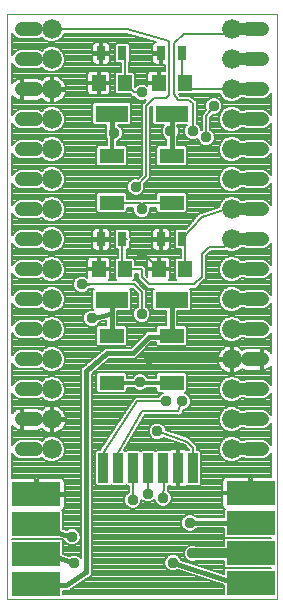
<source format=gtl>
G75*
%MOIN*%
%OFA0B0*%
%FSLAX25Y25*%
%IPPOS*%
%LPD*%
%AMOC8*
5,1,8,0,0,1.08239X$1,22.5*
%
%ADD10C,0.00000*%
%ADD11R,0.08268X0.05000*%
%ADD12C,0.06600*%
%ADD13R,0.11024X0.05512*%
%ADD14R,0.04724X0.05512*%
%ADD15R,0.03150X0.04724*%
%ADD16R,0.16000X0.08000*%
%ADD17R,0.03543X0.09843*%
%ADD18C,0.04724*%
%ADD19C,0.00800*%
%ADD20C,0.03762*%
%ADD21C,0.01600*%
%ADD22C,0.01200*%
%ADD23C,0.04000*%
%ADD24C,0.01000*%
%ADD25C,0.03200*%
D10*
X0001400Y0028010D02*
X0001400Y0223010D01*
X0091400Y0223010D01*
X0091400Y0028010D01*
X0001400Y0028010D01*
D11*
X0036400Y0100215D03*
X0036400Y0115805D03*
X0036400Y0160215D03*
X0036400Y0175805D03*
X0056400Y0175805D03*
X0056400Y0160215D03*
X0056400Y0115805D03*
X0056400Y0100215D03*
D12*
X0076400Y0098010D03*
X0076400Y0108010D03*
X0076400Y0118010D03*
X0076400Y0128010D03*
X0076400Y0138010D03*
X0076400Y0148010D03*
X0076400Y0158010D03*
X0076400Y0168010D03*
X0076400Y0178010D03*
X0076400Y0188010D03*
X0076400Y0198010D03*
X0076400Y0208010D03*
X0076400Y0218010D03*
X0076400Y0088010D03*
X0076400Y0078010D03*
X0016400Y0078010D03*
X0016400Y0088010D03*
X0016400Y0098010D03*
X0016400Y0108010D03*
X0016400Y0118010D03*
X0016400Y0128010D03*
X0016400Y0138010D03*
X0016400Y0148010D03*
X0016400Y0158010D03*
X0016400Y0168010D03*
X0016400Y0178010D03*
X0016400Y0188010D03*
X0016400Y0198010D03*
X0016400Y0208010D03*
X0016400Y0218010D03*
D13*
X0036400Y0189892D03*
X0056400Y0189892D03*
X0056400Y0127892D03*
X0036400Y0127892D03*
D14*
X0032069Y0138128D03*
X0040731Y0138128D03*
X0052069Y0138128D03*
X0060731Y0138128D03*
X0060731Y0200128D03*
X0052069Y0200128D03*
X0040731Y0200128D03*
X0032069Y0200128D03*
D15*
X0032857Y0210010D03*
X0039943Y0210010D03*
X0052857Y0210010D03*
X0059943Y0210010D03*
X0059943Y0148010D03*
X0052857Y0148010D03*
X0039943Y0148010D03*
X0032857Y0148010D03*
D16*
X0011300Y0063010D03*
X0011300Y0053010D03*
X0011300Y0043010D03*
X0011300Y0033010D03*
X0082700Y0033410D03*
X0082700Y0043410D03*
X0082700Y0053410D03*
X0082700Y0063410D03*
D17*
X0063502Y0071762D03*
X0058502Y0071762D03*
X0053502Y0071762D03*
X0048502Y0071762D03*
X0043502Y0071762D03*
X0038502Y0071762D03*
X0033502Y0071762D03*
D18*
X0011124Y0078010D02*
X0006400Y0078010D01*
X0006400Y0088010D02*
X0011124Y0088010D01*
X0011124Y0098010D02*
X0006400Y0098010D01*
X0006400Y0108010D02*
X0011124Y0108010D01*
X0011124Y0118010D02*
X0006400Y0118010D01*
X0006400Y0128010D02*
X0011124Y0128010D01*
X0011124Y0138010D02*
X0006400Y0138010D01*
X0006400Y0148010D02*
X0011124Y0148010D01*
X0011124Y0158010D02*
X0006400Y0158010D01*
X0006400Y0168010D02*
X0011124Y0168010D01*
X0011124Y0178010D02*
X0006400Y0178010D01*
X0006400Y0188010D02*
X0011124Y0188010D01*
X0011124Y0198010D02*
X0006400Y0198010D01*
X0006400Y0208010D02*
X0011124Y0208010D01*
X0011124Y0218010D02*
X0006400Y0218010D01*
X0081676Y0218010D02*
X0086400Y0218010D01*
X0086400Y0208010D02*
X0081676Y0208010D01*
X0081676Y0198010D02*
X0086400Y0198010D01*
X0086400Y0188010D02*
X0081676Y0188010D01*
X0081676Y0178010D02*
X0086400Y0178010D01*
X0086400Y0168010D02*
X0081676Y0168010D01*
X0081676Y0158010D02*
X0086400Y0158010D01*
X0086400Y0148010D02*
X0081676Y0148010D01*
X0081676Y0138010D02*
X0086400Y0138010D01*
X0086400Y0128010D02*
X0081676Y0128010D01*
X0081676Y0118010D02*
X0086400Y0118010D01*
X0086400Y0108010D02*
X0081676Y0108010D01*
X0081676Y0098010D02*
X0086400Y0098010D01*
X0086400Y0088010D02*
X0081676Y0088010D01*
X0081676Y0078010D02*
X0086400Y0078010D01*
D19*
X0087069Y0081372D02*
X0081007Y0081372D01*
X0080132Y0081010D01*
X0079481Y0081010D01*
X0078836Y0081655D01*
X0077255Y0082310D01*
X0075545Y0082310D01*
X0073964Y0081655D01*
X0072755Y0080446D01*
X0072100Y0078865D01*
X0072100Y0077155D01*
X0072755Y0075574D01*
X0073964Y0074364D01*
X0075545Y0073710D01*
X0077255Y0073710D01*
X0078836Y0074364D01*
X0079481Y0075010D01*
X0080132Y0075010D01*
X0081007Y0074648D01*
X0087069Y0074648D01*
X0088305Y0075159D01*
X0089250Y0076105D01*
X0089500Y0076708D01*
X0089500Y0068810D01*
X0083100Y0068810D01*
X0083100Y0063810D01*
X0082300Y0063810D01*
X0082300Y0068810D01*
X0074516Y0068810D01*
X0074160Y0068714D01*
X0073840Y0068530D01*
X0073580Y0068269D01*
X0073395Y0067950D01*
X0073300Y0067594D01*
X0073300Y0063810D01*
X0082300Y0063810D01*
X0082300Y0063010D01*
X0073300Y0063010D01*
X0073300Y0059226D01*
X0073395Y0058869D01*
X0073580Y0058550D01*
X0073840Y0058290D01*
X0074047Y0058171D01*
X0073700Y0057824D01*
X0073700Y0055310D01*
X0064674Y0055310D01*
X0064032Y0055952D01*
X0062973Y0056391D01*
X0061827Y0056391D01*
X0060768Y0055952D01*
X0059958Y0055142D01*
X0059519Y0054083D01*
X0059519Y0052937D01*
X0059958Y0051878D01*
X0060768Y0051067D01*
X0061827Y0050629D01*
X0062973Y0050629D01*
X0064032Y0051067D01*
X0064674Y0051710D01*
X0073700Y0051710D01*
X0073700Y0048996D01*
X0074286Y0048410D01*
X0073700Y0047824D01*
X0073700Y0045963D01*
X0064536Y0045916D01*
X0063873Y0046191D01*
X0062727Y0046191D01*
X0061668Y0045752D01*
X0060858Y0044942D01*
X0060419Y0043883D01*
X0060419Y0042737D01*
X0060858Y0041678D01*
X0061668Y0040867D01*
X0062727Y0040429D01*
X0063873Y0040429D01*
X0064567Y0040716D01*
X0073700Y0040763D01*
X0073700Y0038996D01*
X0074286Y0038410D01*
X0073700Y0037824D01*
X0073700Y0036474D01*
X0059506Y0041205D01*
X0059242Y0041842D01*
X0058432Y0042652D01*
X0057373Y0043091D01*
X0056227Y0043091D01*
X0055168Y0042652D01*
X0054358Y0041842D01*
X0053919Y0040783D01*
X0053919Y0039637D01*
X0054358Y0038578D01*
X0055168Y0037767D01*
X0056227Y0037329D01*
X0057373Y0037329D01*
X0058432Y0037767D01*
X0058433Y0037768D01*
X0073700Y0032679D01*
X0073700Y0029910D01*
X0020300Y0029910D01*
X0020300Y0030939D01*
X0021085Y0030915D01*
X0021658Y0030795D01*
X0021810Y0030894D01*
X0021991Y0030888D01*
X0022417Y0031289D01*
X0028435Y0035210D01*
X0028646Y0035210D01*
X0029040Y0035604D01*
X0029507Y0035909D01*
X0029551Y0036115D01*
X0029700Y0036264D01*
X0029700Y0036822D01*
X0029815Y0037368D01*
X0029700Y0037544D01*
X0029700Y0103273D01*
X0035557Y0108210D01*
X0044146Y0108210D01*
X0045200Y0109264D01*
X0045200Y0109264D01*
X0049646Y0113710D01*
X0051266Y0113710D01*
X0051266Y0112891D01*
X0051852Y0112305D01*
X0060948Y0112305D01*
X0061534Y0112891D01*
X0061534Y0118719D01*
X0060948Y0119305D01*
X0058200Y0119305D01*
X0058200Y0124136D01*
X0062326Y0124136D01*
X0062912Y0124722D01*
X0062912Y0131062D01*
X0062364Y0131610D01*
X0064480Y0131610D01*
X0066980Y0134110D01*
X0067800Y0134930D01*
X0067800Y0142430D01*
X0069480Y0144110D01*
X0074480Y0144110D01*
X0074509Y0144139D01*
X0075545Y0143710D01*
X0077255Y0143710D01*
X0078836Y0144364D01*
X0079481Y0145010D01*
X0080132Y0145010D01*
X0081007Y0144648D01*
X0087069Y0144648D01*
X0088305Y0145159D01*
X0089250Y0146105D01*
X0089500Y0146708D01*
X0089500Y0139312D01*
X0089250Y0139914D01*
X0088305Y0140860D01*
X0087069Y0141372D01*
X0081007Y0141372D01*
X0080132Y0141010D01*
X0079481Y0141010D01*
X0078836Y0141655D01*
X0077255Y0142310D01*
X0075545Y0142310D01*
X0073964Y0141655D01*
X0072755Y0140446D01*
X0072100Y0138865D01*
X0072100Y0137155D01*
X0072755Y0135574D01*
X0073964Y0134364D01*
X0075545Y0133710D01*
X0077255Y0133710D01*
X0078836Y0134364D01*
X0079481Y0135010D01*
X0080132Y0135010D01*
X0081007Y0134648D01*
X0087069Y0134648D01*
X0088305Y0135159D01*
X0089250Y0136105D01*
X0089500Y0136708D01*
X0089500Y0129312D01*
X0089250Y0129914D01*
X0088305Y0130860D01*
X0087069Y0131372D01*
X0081007Y0131372D01*
X0080132Y0131010D01*
X0079481Y0131010D01*
X0078836Y0131655D01*
X0077255Y0132310D01*
X0075545Y0132310D01*
X0073964Y0131655D01*
X0072755Y0130446D01*
X0072100Y0128865D01*
X0072100Y0127155D01*
X0072755Y0125574D01*
X0073964Y0124364D01*
X0075545Y0123710D01*
X0077255Y0123710D01*
X0078836Y0124364D01*
X0079481Y0125010D01*
X0080132Y0125010D01*
X0081007Y0124648D01*
X0087069Y0124648D01*
X0088305Y0125159D01*
X0089250Y0126105D01*
X0089500Y0126708D01*
X0089500Y0119312D01*
X0089250Y0119914D01*
X0088305Y0120860D01*
X0087069Y0121372D01*
X0081007Y0121372D01*
X0080132Y0121010D01*
X0079481Y0121010D01*
X0078836Y0121655D01*
X0077255Y0122310D01*
X0075545Y0122310D01*
X0073964Y0121655D01*
X0072755Y0120446D01*
X0072100Y0118865D01*
X0072100Y0117155D01*
X0072755Y0115574D01*
X0073964Y0114364D01*
X0075545Y0113710D01*
X0077255Y0113710D01*
X0078836Y0114364D01*
X0079481Y0115010D01*
X0080132Y0115010D01*
X0081007Y0114648D01*
X0087069Y0114648D01*
X0088305Y0115159D01*
X0089250Y0116105D01*
X0089500Y0116708D01*
X0089500Y0110142D01*
X0089322Y0110408D01*
X0088798Y0110932D01*
X0088182Y0111344D01*
X0087497Y0111627D01*
X0086787Y0111769D01*
X0086787Y0108397D01*
X0086013Y0108397D01*
X0086013Y0111772D01*
X0081305Y0111772D01*
X0080578Y0111627D01*
X0079894Y0111344D01*
X0079785Y0111271D01*
X0079462Y0111595D01*
X0078863Y0112030D01*
X0078204Y0112365D01*
X0077501Y0112594D01*
X0076800Y0112705D01*
X0076800Y0108410D01*
X0076000Y0108410D01*
X0076000Y0112705D01*
X0075299Y0112594D01*
X0074596Y0112365D01*
X0073937Y0112030D01*
X0073338Y0111595D01*
X0072815Y0111072D01*
X0072380Y0110473D01*
X0072044Y0109814D01*
X0071816Y0109110D01*
X0071705Y0108410D01*
X0076000Y0108410D01*
X0076000Y0107610D01*
X0071705Y0107610D01*
X0071816Y0106909D01*
X0072044Y0106206D01*
X0072380Y0105547D01*
X0072815Y0104948D01*
X0073338Y0104425D01*
X0073937Y0103990D01*
X0074596Y0103654D01*
X0075299Y0103426D01*
X0076000Y0103315D01*
X0076000Y0107610D01*
X0076800Y0107610D01*
X0076800Y0108410D01*
X0077919Y0108410D01*
X0077917Y0108397D01*
X0086013Y0108397D01*
X0086013Y0107622D01*
X0086787Y0107622D01*
X0086787Y0104251D01*
X0087497Y0104392D01*
X0088182Y0104676D01*
X0088798Y0105088D01*
X0089322Y0105612D01*
X0089500Y0105878D01*
X0089500Y0099312D01*
X0089250Y0099914D01*
X0088305Y0100860D01*
X0087069Y0101372D01*
X0081007Y0101372D01*
X0080132Y0101010D01*
X0079481Y0101010D01*
X0078836Y0101655D01*
X0077255Y0102310D01*
X0075545Y0102310D01*
X0073964Y0101655D01*
X0072755Y0100446D01*
X0072100Y0098865D01*
X0072100Y0097155D01*
X0072755Y0095574D01*
X0073964Y0094364D01*
X0075545Y0093710D01*
X0077255Y0093710D01*
X0078836Y0094364D01*
X0079481Y0095010D01*
X0080132Y0095010D01*
X0081007Y0094648D01*
X0087069Y0094648D01*
X0088305Y0095159D01*
X0089250Y0096105D01*
X0089500Y0096708D01*
X0089500Y0089312D01*
X0089250Y0089914D01*
X0088305Y0090860D01*
X0087069Y0091372D01*
X0081007Y0091372D01*
X0080132Y0091010D01*
X0079481Y0091010D01*
X0078836Y0091655D01*
X0077255Y0092310D01*
X0075545Y0092310D01*
X0073964Y0091655D01*
X0072755Y0090446D01*
X0072100Y0088865D01*
X0072100Y0087155D01*
X0072755Y0085574D01*
X0073964Y0084364D01*
X0075545Y0083710D01*
X0077255Y0083710D01*
X0078836Y0084364D01*
X0079481Y0085010D01*
X0080132Y0085010D01*
X0081007Y0084648D01*
X0087069Y0084648D01*
X0088305Y0085159D01*
X0089250Y0086105D01*
X0089500Y0086708D01*
X0089500Y0079312D01*
X0089250Y0079914D01*
X0088305Y0080860D01*
X0087069Y0081372D01*
X0088453Y0080712D02*
X0089500Y0080712D01*
X0089500Y0081510D02*
X0078981Y0081510D01*
X0077728Y0083906D02*
X0089500Y0083906D01*
X0089500Y0084704D02*
X0087205Y0084704D01*
X0088648Y0085503D02*
X0089500Y0085503D01*
X0089500Y0086301D02*
X0089331Y0086301D01*
X0089500Y0083107D02*
X0058488Y0083107D01*
X0059155Y0079913D02*
X0041914Y0079913D01*
X0042376Y0080712D02*
X0056848Y0080712D01*
X0056546Y0078083D02*
X0056190Y0077988D01*
X0055871Y0077803D01*
X0055720Y0077652D01*
X0055688Y0077683D01*
X0051316Y0077683D01*
X0051002Y0077369D01*
X0050688Y0077683D01*
X0046316Y0077683D01*
X0046002Y0077369D01*
X0045688Y0077683D01*
X0041316Y0077683D01*
X0041002Y0077369D01*
X0040688Y0077683D01*
X0040624Y0077683D01*
X0047407Y0089410D01*
X0058326Y0089410D01*
X0058610Y0089295D01*
X0058883Y0089410D01*
X0059180Y0089410D01*
X0059397Y0089626D01*
X0059679Y0089746D01*
X0059790Y0090020D01*
X0060000Y0090230D01*
X0060000Y0090536D01*
X0060241Y0091129D01*
X0060473Y0091129D01*
X0061532Y0091567D01*
X0062342Y0092378D01*
X0062781Y0093437D01*
X0062781Y0094583D01*
X0062342Y0095642D01*
X0061532Y0096452D01*
X0060899Y0096715D01*
X0060948Y0096715D01*
X0061534Y0097300D01*
X0061534Y0103129D01*
X0060948Y0103715D01*
X0051852Y0103715D01*
X0051266Y0103129D01*
X0051266Y0101815D01*
X0048478Y0101815D01*
X0048342Y0102142D01*
X0047532Y0102952D01*
X0046473Y0103391D01*
X0045327Y0103391D01*
X0044268Y0102952D01*
X0043458Y0102142D01*
X0043322Y0101815D01*
X0041534Y0101815D01*
X0041534Y0103129D01*
X0040948Y0103715D01*
X0031852Y0103715D01*
X0031266Y0103129D01*
X0031266Y0097300D01*
X0031852Y0096715D01*
X0040948Y0096715D01*
X0041534Y0097300D01*
X0041534Y0098615D01*
X0043721Y0098615D01*
X0044268Y0098067D01*
X0045327Y0097629D01*
X0046473Y0097629D01*
X0047532Y0098067D01*
X0048079Y0098615D01*
X0051266Y0098615D01*
X0051266Y0097300D01*
X0051852Y0096715D01*
X0053401Y0096715D01*
X0052768Y0096452D01*
X0051958Y0095642D01*
X0051861Y0095410D01*
X0045324Y0095410D01*
X0045194Y0095496D01*
X0044761Y0095410D01*
X0044320Y0095410D01*
X0044210Y0095299D01*
X0044057Y0095269D01*
X0043812Y0094902D01*
X0043500Y0094590D01*
X0043500Y0094434D01*
X0032629Y0078126D01*
X0032325Y0077843D01*
X0032319Y0077683D01*
X0031316Y0077683D01*
X0030731Y0077097D01*
X0030731Y0066426D01*
X0031316Y0065841D01*
X0035688Y0065841D01*
X0036002Y0066155D01*
X0036316Y0065841D01*
X0040688Y0065841D01*
X0041002Y0066155D01*
X0041316Y0065841D01*
X0042101Y0065841D01*
X0042100Y0063690D01*
X0041768Y0063552D01*
X0040958Y0062742D01*
X0040519Y0061683D01*
X0040519Y0060537D01*
X0040958Y0059478D01*
X0041768Y0058667D01*
X0042827Y0058229D01*
X0043973Y0058229D01*
X0045032Y0058667D01*
X0045842Y0059478D01*
X0046281Y0060537D01*
X0046281Y0061254D01*
X0046768Y0060767D01*
X0047827Y0060329D01*
X0048973Y0060329D01*
X0050032Y0060767D01*
X0050619Y0061354D01*
X0050619Y0061237D01*
X0051058Y0060178D01*
X0051868Y0059367D01*
X0052927Y0058929D01*
X0054073Y0058929D01*
X0055132Y0059367D01*
X0055942Y0060178D01*
X0056381Y0061237D01*
X0056381Y0062383D01*
X0055942Y0063442D01*
X0055132Y0064252D01*
X0055073Y0064277D01*
X0055163Y0065582D01*
X0055229Y0065655D01*
X0055219Y0065841D01*
X0055688Y0065841D01*
X0055720Y0065872D01*
X0055871Y0065720D01*
X0056190Y0065536D01*
X0056546Y0065441D01*
X0058102Y0065441D01*
X0058102Y0071362D01*
X0058902Y0071362D01*
X0058902Y0065441D01*
X0060458Y0065441D01*
X0060814Y0065536D01*
X0061134Y0065720D01*
X0061285Y0065872D01*
X0061316Y0065841D01*
X0065688Y0065841D01*
X0066274Y0066426D01*
X0066274Y0077097D01*
X0065688Y0077683D01*
X0064902Y0077683D01*
X0064902Y0079117D01*
X0064082Y0079937D01*
X0062590Y0081429D01*
X0062439Y0081739D01*
X0062196Y0081824D01*
X0062013Y0082006D01*
X0061669Y0082006D01*
X0054481Y0084494D01*
X0054481Y0084583D01*
X0054042Y0085642D01*
X0053232Y0086452D01*
X0052173Y0086891D01*
X0051027Y0086891D01*
X0049968Y0086452D01*
X0049158Y0085642D01*
X0048719Y0084583D01*
X0048719Y0083437D01*
X0049158Y0082378D01*
X0049968Y0081567D01*
X0051027Y0081129D01*
X0052173Y0081129D01*
X0053232Y0081567D01*
X0053526Y0081862D01*
X0060671Y0079388D01*
X0062102Y0077957D01*
X0062102Y0077683D01*
X0061316Y0077683D01*
X0061285Y0077652D01*
X0061134Y0077803D01*
X0060814Y0077988D01*
X0060458Y0078083D01*
X0058902Y0078083D01*
X0058902Y0072162D01*
X0058102Y0072162D01*
X0058102Y0078083D01*
X0056546Y0078083D01*
X0058102Y0077518D02*
X0058902Y0077518D01*
X0058902Y0076719D02*
X0058102Y0076719D01*
X0058102Y0075921D02*
X0058902Y0075921D01*
X0058902Y0075122D02*
X0058102Y0075122D01*
X0058102Y0074323D02*
X0058902Y0074323D01*
X0058902Y0073525D02*
X0058102Y0073525D01*
X0058102Y0072726D02*
X0058902Y0072726D01*
X0058902Y0071129D02*
X0058102Y0071129D01*
X0058102Y0070331D02*
X0058902Y0070331D01*
X0058902Y0069532D02*
X0058102Y0069532D01*
X0058102Y0068734D02*
X0058902Y0068734D01*
X0058902Y0067935D02*
X0058102Y0067935D01*
X0058102Y0067137D02*
X0058902Y0067137D01*
X0058902Y0066338D02*
X0058102Y0066338D01*
X0058102Y0065540D02*
X0058902Y0065540D01*
X0056184Y0065540D02*
X0055161Y0065540D01*
X0055105Y0064741D02*
X0073300Y0064741D01*
X0073300Y0063943D02*
X0055441Y0063943D01*
X0056066Y0063144D02*
X0082300Y0063144D01*
X0082300Y0063943D02*
X0083100Y0063943D01*
X0083100Y0064741D02*
X0082300Y0064741D01*
X0082300Y0065540D02*
X0083100Y0065540D01*
X0083100Y0066338D02*
X0082300Y0066338D01*
X0082300Y0067137D02*
X0083100Y0067137D01*
X0083100Y0067935D02*
X0082300Y0067935D01*
X0082300Y0068734D02*
X0083100Y0068734D01*
X0078737Y0074323D02*
X0089500Y0074323D01*
X0089500Y0073525D02*
X0066274Y0073525D01*
X0066274Y0074323D02*
X0074063Y0074323D01*
X0073207Y0075122D02*
X0066274Y0075122D01*
X0066274Y0075921D02*
X0072611Y0075921D01*
X0072280Y0076719D02*
X0066274Y0076719D01*
X0065854Y0077518D02*
X0072100Y0077518D01*
X0072100Y0078316D02*
X0064902Y0078316D01*
X0064902Y0079115D02*
X0072203Y0079115D01*
X0072534Y0079913D02*
X0064106Y0079913D01*
X0063308Y0080712D02*
X0073021Y0080712D01*
X0073819Y0081510D02*
X0062551Y0081510D01*
X0061433Y0080606D02*
X0063502Y0078537D01*
X0063502Y0071762D01*
X0066274Y0071928D02*
X0089500Y0071928D01*
X0089500Y0072726D02*
X0066274Y0072726D01*
X0066274Y0071129D02*
X0089500Y0071129D01*
X0089500Y0070331D02*
X0066274Y0070331D01*
X0066274Y0069532D02*
X0089500Y0069532D01*
X0089500Y0075122D02*
X0088214Y0075122D01*
X0089066Y0075921D02*
X0089500Y0075921D01*
X0089500Y0079913D02*
X0089251Y0079913D01*
X0089500Y0082309D02*
X0077258Y0082309D01*
X0075542Y0082309D02*
X0060795Y0082309D01*
X0061433Y0080606D02*
X0051600Y0084010D01*
X0053094Y0081510D02*
X0054542Y0081510D01*
X0056181Y0083906D02*
X0075072Y0083906D01*
X0073625Y0084704D02*
X0054431Y0084704D01*
X0054100Y0085503D02*
X0072826Y0085503D01*
X0072453Y0086301D02*
X0053383Y0086301D01*
X0051151Y0077518D02*
X0050854Y0077518D01*
X0050106Y0081510D02*
X0042837Y0081510D01*
X0043299Y0082309D02*
X0049227Y0082309D01*
X0048855Y0083107D02*
X0043761Y0083107D01*
X0044223Y0083906D02*
X0048719Y0083906D01*
X0048769Y0084704D02*
X0044685Y0084704D01*
X0045147Y0085503D02*
X0049100Y0085503D01*
X0049817Y0086301D02*
X0045609Y0086301D01*
X0046071Y0087100D02*
X0072123Y0087100D01*
X0072100Y0087898D02*
X0046533Y0087898D01*
X0046995Y0088697D02*
X0072100Y0088697D01*
X0072361Y0089495D02*
X0059265Y0089495D01*
X0060000Y0090294D02*
X0072692Y0090294D01*
X0073401Y0091092D02*
X0060226Y0091092D01*
X0058600Y0090810D02*
X0059900Y0094010D01*
X0060978Y0096682D02*
X0072296Y0096682D01*
X0072100Y0097480D02*
X0061534Y0097480D01*
X0061534Y0098279D02*
X0072100Y0098279D01*
X0072188Y0099077D02*
X0061534Y0099077D01*
X0061534Y0099876D02*
X0072519Y0099876D01*
X0072983Y0100674D02*
X0061534Y0100674D01*
X0061534Y0101473D02*
X0073782Y0101473D01*
X0074175Y0103868D02*
X0030407Y0103868D01*
X0029700Y0103070D02*
X0031266Y0103070D01*
X0031266Y0102271D02*
X0029700Y0102271D01*
X0029700Y0101473D02*
X0031266Y0101473D01*
X0031266Y0100674D02*
X0029700Y0100674D01*
X0029700Y0099876D02*
X0031266Y0099876D01*
X0031266Y0099077D02*
X0029700Y0099077D01*
X0029700Y0098279D02*
X0031266Y0098279D01*
X0031266Y0097480D02*
X0029700Y0097480D01*
X0029700Y0096682D02*
X0053322Y0096682D01*
X0054400Y0094010D02*
X0044900Y0094010D01*
X0033702Y0077212D01*
X0033502Y0071762D01*
X0030731Y0071928D02*
X0029700Y0071928D01*
X0029700Y0072726D02*
X0030731Y0072726D01*
X0030731Y0073525D02*
X0029700Y0073525D01*
X0029700Y0074323D02*
X0030731Y0074323D01*
X0030731Y0075122D02*
X0029700Y0075122D01*
X0029700Y0075921D02*
X0030731Y0075921D01*
X0030731Y0076719D02*
X0029700Y0076719D01*
X0029700Y0077518D02*
X0031151Y0077518D01*
X0029700Y0078316D02*
X0032756Y0078316D01*
X0033288Y0079115D02*
X0029700Y0079115D01*
X0029700Y0079913D02*
X0033820Y0079913D01*
X0034353Y0080712D02*
X0029700Y0080712D01*
X0029700Y0081510D02*
X0034885Y0081510D01*
X0035417Y0082309D02*
X0029700Y0082309D01*
X0029700Y0083107D02*
X0035949Y0083107D01*
X0036482Y0083906D02*
X0029700Y0083906D01*
X0029700Y0084704D02*
X0037014Y0084704D01*
X0037546Y0085503D02*
X0029700Y0085503D01*
X0029700Y0086301D02*
X0038079Y0086301D01*
X0038611Y0087100D02*
X0029700Y0087100D01*
X0029700Y0087898D02*
X0039143Y0087898D01*
X0039676Y0088697D02*
X0029700Y0088697D01*
X0029700Y0089495D02*
X0040208Y0089495D01*
X0040740Y0090294D02*
X0029700Y0090294D01*
X0029700Y0091092D02*
X0041273Y0091092D01*
X0041805Y0091891D02*
X0029700Y0091891D01*
X0029700Y0092689D02*
X0042337Y0092689D01*
X0042869Y0093488D02*
X0029700Y0093488D01*
X0029700Y0094286D02*
X0043402Y0094286D01*
X0043934Y0095085D02*
X0029700Y0095085D01*
X0029700Y0095883D02*
X0052199Y0095883D01*
X0051266Y0097480D02*
X0041534Y0097480D01*
X0041534Y0098279D02*
X0044057Y0098279D01*
X0043587Y0102271D02*
X0041534Y0102271D01*
X0041534Y0103070D02*
X0044552Y0103070D01*
X0044595Y0108659D02*
X0071744Y0108659D01*
X0071929Y0109458D02*
X0045394Y0109458D01*
X0046192Y0110257D02*
X0072270Y0110257D01*
X0072803Y0111055D02*
X0046991Y0111055D01*
X0047789Y0111854D02*
X0073694Y0111854D01*
X0074243Y0114249D02*
X0061534Y0114249D01*
X0061534Y0113451D02*
X0089500Y0113451D01*
X0089500Y0114249D02*
X0078557Y0114249D01*
X0079106Y0111854D02*
X0089500Y0111854D01*
X0089500Y0112652D02*
X0077135Y0112652D01*
X0076800Y0112652D02*
X0076000Y0112652D01*
X0075665Y0112652D02*
X0061295Y0112652D01*
X0061534Y0115048D02*
X0073281Y0115048D01*
X0072642Y0115846D02*
X0061534Y0115846D01*
X0061534Y0116645D02*
X0072311Y0116645D01*
X0072100Y0117443D02*
X0061534Y0117443D01*
X0061534Y0118242D02*
X0072100Y0118242D01*
X0072172Y0119040D02*
X0061213Y0119040D01*
X0062820Y0124630D02*
X0073699Y0124630D01*
X0072900Y0125428D02*
X0062912Y0125428D01*
X0062912Y0126227D02*
X0072484Y0126227D01*
X0072154Y0127025D02*
X0062912Y0127025D01*
X0062912Y0127824D02*
X0072100Y0127824D01*
X0072100Y0128622D02*
X0062912Y0128622D01*
X0062912Y0129421D02*
X0072330Y0129421D01*
X0072661Y0130219D02*
X0062912Y0130219D01*
X0062912Y0131018D02*
X0073327Y0131018D01*
X0074353Y0131816D02*
X0064686Y0131816D01*
X0065485Y0132615D02*
X0089500Y0132615D01*
X0089500Y0133413D02*
X0066283Y0133413D01*
X0067082Y0134212D02*
X0074333Y0134212D01*
X0073318Y0135010D02*
X0067800Y0135010D01*
X0067800Y0135809D02*
X0072657Y0135809D01*
X0072327Y0136607D02*
X0067800Y0136607D01*
X0067800Y0137406D02*
X0072100Y0137406D01*
X0072100Y0138204D02*
X0067800Y0138204D01*
X0067800Y0139003D02*
X0072157Y0139003D01*
X0072488Y0139801D02*
X0067800Y0139801D01*
X0067800Y0140600D02*
X0072909Y0140600D01*
X0073707Y0141398D02*
X0067800Y0141398D01*
X0067800Y0142197D02*
X0075272Y0142197D01*
X0075342Y0143794D02*
X0069164Y0143794D01*
X0068366Y0142995D02*
X0089500Y0142995D01*
X0089500Y0142197D02*
X0077528Y0142197D01*
X0077458Y0143794D02*
X0089500Y0143794D01*
X0089500Y0144592D02*
X0079064Y0144592D01*
X0079092Y0141398D02*
X0089500Y0141398D01*
X0089500Y0140600D02*
X0088565Y0140600D01*
X0089297Y0139801D02*
X0089500Y0139801D01*
X0089458Y0136607D02*
X0089500Y0136607D01*
X0089500Y0135809D02*
X0088954Y0135809D01*
X0089500Y0135010D02*
X0087944Y0135010D01*
X0089500Y0134212D02*
X0078467Y0134212D01*
X0078447Y0131816D02*
X0089500Y0131816D01*
X0089500Y0131018D02*
X0087924Y0131018D01*
X0088945Y0130219D02*
X0089500Y0130219D01*
X0089500Y0129421D02*
X0089455Y0129421D01*
X0089500Y0126227D02*
X0089301Y0126227D01*
X0089500Y0125428D02*
X0088573Y0125428D01*
X0089500Y0124630D02*
X0079101Y0124630D01*
X0079055Y0121436D02*
X0089500Y0121436D01*
X0089500Y0122234D02*
X0077438Y0122234D01*
X0077548Y0123831D02*
X0089500Y0123831D01*
X0089500Y0123033D02*
X0058200Y0123033D01*
X0058200Y0123831D02*
X0075252Y0123831D01*
X0075362Y0122234D02*
X0058200Y0122234D01*
X0058200Y0121436D02*
X0073745Y0121436D01*
X0072946Y0120637D02*
X0058200Y0120637D01*
X0058200Y0119839D02*
X0072503Y0119839D01*
X0076000Y0111854D02*
X0076800Y0111854D01*
X0076800Y0111055D02*
X0076000Y0111055D01*
X0076000Y0110257D02*
X0076800Y0110257D01*
X0076800Y0109458D02*
X0076000Y0109458D01*
X0076000Y0108659D02*
X0076800Y0108659D01*
X0076400Y0108010D02*
X0048900Y0108010D01*
X0048588Y0112652D02*
X0051505Y0112652D01*
X0051266Y0113451D02*
X0049386Y0113451D01*
X0047100Y0116255D02*
X0042654Y0111810D01*
X0034977Y0111810D01*
X0034310Y0111867D01*
X0034243Y0111810D01*
X0034154Y0111810D01*
X0033681Y0111337D01*
X0027243Y0105910D01*
X0027154Y0105910D01*
X0026681Y0105437D01*
X0026170Y0105006D01*
X0026162Y0104918D01*
X0026100Y0104855D01*
X0026100Y0104186D01*
X0026043Y0103520D01*
X0026100Y0103452D01*
X0026100Y0041684D01*
X0025332Y0042452D01*
X0024273Y0042891D01*
X0023127Y0042891D01*
X0022123Y0042475D01*
X0020300Y0043119D01*
X0020300Y0047424D01*
X0019714Y0048010D01*
X0019715Y0048011D01*
X0020440Y0047802D01*
X0020658Y0047278D01*
X0021468Y0046467D01*
X0022527Y0046029D01*
X0023673Y0046029D01*
X0024732Y0046467D01*
X0025542Y0047278D01*
X0025981Y0048337D01*
X0025981Y0049483D01*
X0025542Y0050542D01*
X0024732Y0051352D01*
X0023673Y0051791D01*
X0022527Y0051791D01*
X0021468Y0051352D01*
X0021390Y0051275D01*
X0020300Y0051589D01*
X0020300Y0057424D01*
X0019953Y0057771D01*
X0020160Y0057890D01*
X0020420Y0058150D01*
X0020605Y0058469D01*
X0020700Y0058826D01*
X0020700Y0062610D01*
X0011700Y0062610D01*
X0011700Y0063410D01*
X0010900Y0063410D01*
X0010900Y0068410D01*
X0003300Y0068410D01*
X0003300Y0076708D01*
X0003550Y0076105D01*
X0004495Y0075159D01*
X0005731Y0074648D01*
X0011793Y0074648D01*
X0013029Y0075159D01*
X0013099Y0075230D01*
X0013964Y0074364D01*
X0015545Y0073710D01*
X0017255Y0073710D01*
X0018836Y0074364D01*
X0020045Y0075574D01*
X0020700Y0077155D01*
X0020700Y0078865D01*
X0020045Y0080446D01*
X0018836Y0081655D01*
X0017255Y0082310D01*
X0015545Y0082310D01*
X0013964Y0081655D01*
X0013099Y0080790D01*
X0013029Y0080860D01*
X0011793Y0081372D01*
X0005731Y0081372D01*
X0004495Y0080860D01*
X0003550Y0079914D01*
X0003300Y0079312D01*
X0003300Y0085878D01*
X0003478Y0085612D01*
X0004002Y0085088D01*
X0004618Y0084676D01*
X0005303Y0084392D01*
X0006013Y0084251D01*
X0006013Y0087622D01*
X0006787Y0087622D01*
X0006787Y0084248D01*
X0011495Y0084248D01*
X0012222Y0084392D01*
X0012906Y0084676D01*
X0013015Y0084748D01*
X0013338Y0084425D01*
X0013937Y0083990D01*
X0014596Y0083654D01*
X0015299Y0083426D01*
X0016000Y0083315D01*
X0016000Y0087610D01*
X0014881Y0087610D01*
X0014883Y0087622D01*
X0006787Y0087622D01*
X0006787Y0088397D01*
X0006013Y0088397D01*
X0006013Y0091769D01*
X0005303Y0091627D01*
X0004618Y0091344D01*
X0004002Y0090932D01*
X0003478Y0090408D01*
X0003300Y0090142D01*
X0003300Y0096708D01*
X0003550Y0096105D01*
X0004495Y0095159D01*
X0005731Y0094648D01*
X0011793Y0094648D01*
X0013029Y0095159D01*
X0013099Y0095230D01*
X0013964Y0094364D01*
X0015545Y0093710D01*
X0017255Y0093710D01*
X0018836Y0094364D01*
X0020045Y0095574D01*
X0020700Y0097155D01*
X0020700Y0098865D01*
X0020045Y0100446D01*
X0018836Y0101655D01*
X0017255Y0102310D01*
X0015545Y0102310D01*
X0013964Y0101655D01*
X0013099Y0100790D01*
X0013029Y0100860D01*
X0011793Y0101372D01*
X0005731Y0101372D01*
X0004495Y0100860D01*
X0003550Y0099914D01*
X0003300Y0099312D01*
X0003300Y0106708D01*
X0003550Y0106105D01*
X0004495Y0105159D01*
X0005731Y0104648D01*
X0011793Y0104648D01*
X0013029Y0105159D01*
X0013099Y0105230D01*
X0013964Y0104364D01*
X0015545Y0103710D01*
X0017255Y0103710D01*
X0018836Y0104364D01*
X0020045Y0105574D01*
X0020700Y0107155D01*
X0020700Y0108865D01*
X0020045Y0110446D01*
X0018836Y0111655D01*
X0017255Y0112310D01*
X0015545Y0112310D01*
X0013964Y0111655D01*
X0013099Y0110790D01*
X0013029Y0110860D01*
X0011793Y0111372D01*
X0005731Y0111372D01*
X0004495Y0110860D01*
X0003550Y0109914D01*
X0003300Y0109312D01*
X0003300Y0116708D01*
X0003550Y0116105D01*
X0004495Y0115159D01*
X0005731Y0114648D01*
X0011793Y0114648D01*
X0013029Y0115159D01*
X0013099Y0115230D01*
X0013964Y0114364D01*
X0015545Y0113710D01*
X0017255Y0113710D01*
X0018836Y0114364D01*
X0020045Y0115574D01*
X0020700Y0117155D01*
X0020700Y0118865D01*
X0020045Y0120446D01*
X0018836Y0121655D01*
X0017255Y0122310D01*
X0015545Y0122310D01*
X0013964Y0121655D01*
X0013099Y0120790D01*
X0013029Y0120860D01*
X0011793Y0121372D01*
X0005731Y0121372D01*
X0004495Y0120860D01*
X0003550Y0119914D01*
X0003300Y0119312D01*
X0003300Y0126708D01*
X0003550Y0126105D01*
X0004495Y0125159D01*
X0005731Y0124648D01*
X0011793Y0124648D01*
X0013029Y0125159D01*
X0013099Y0125230D01*
X0013964Y0124364D01*
X0015545Y0123710D01*
X0017255Y0123710D01*
X0018836Y0124364D01*
X0020045Y0125574D01*
X0020700Y0127155D01*
X0020700Y0128865D01*
X0020045Y0130446D01*
X0018836Y0131655D01*
X0017255Y0132310D01*
X0015545Y0132310D01*
X0013964Y0131655D01*
X0013099Y0130790D01*
X0013029Y0130860D01*
X0011793Y0131372D01*
X0005731Y0131372D01*
X0004495Y0130860D01*
X0003550Y0129914D01*
X0003300Y0129312D01*
X0003300Y0136708D01*
X0003550Y0136105D01*
X0004495Y0135159D01*
X0005731Y0134648D01*
X0011793Y0134648D01*
X0013029Y0135159D01*
X0013099Y0135230D01*
X0013964Y0134364D01*
X0015545Y0133710D01*
X0017255Y0133710D01*
X0018836Y0134364D01*
X0020045Y0135574D01*
X0020700Y0137155D01*
X0020700Y0138865D01*
X0020045Y0140446D01*
X0018836Y0141655D01*
X0017255Y0142310D01*
X0015545Y0142310D01*
X0013964Y0141655D01*
X0013099Y0140790D01*
X0013029Y0140860D01*
X0011793Y0141372D01*
X0005731Y0141372D01*
X0004495Y0140860D01*
X0003550Y0139914D01*
X0003300Y0139312D01*
X0003300Y0146708D01*
X0003550Y0146105D01*
X0004495Y0145159D01*
X0005731Y0144648D01*
X0011793Y0144648D01*
X0013029Y0145159D01*
X0013099Y0145230D01*
X0013964Y0144364D01*
X0015545Y0143710D01*
X0017255Y0143710D01*
X0018836Y0144364D01*
X0020045Y0145574D01*
X0020700Y0147155D01*
X0020700Y0148865D01*
X0020045Y0150446D01*
X0018836Y0151655D01*
X0017255Y0152310D01*
X0015545Y0152310D01*
X0013964Y0151655D01*
X0013099Y0150790D01*
X0013029Y0150860D01*
X0011793Y0151372D01*
X0005731Y0151372D01*
X0004495Y0150860D01*
X0003550Y0149914D01*
X0003300Y0149312D01*
X0003300Y0156708D01*
X0003550Y0156105D01*
X0004495Y0155159D01*
X0005731Y0154648D01*
X0011793Y0154648D01*
X0013029Y0155159D01*
X0013099Y0155230D01*
X0013964Y0154364D01*
X0015545Y0153710D01*
X0017255Y0153710D01*
X0018836Y0154364D01*
X0020045Y0155574D01*
X0020700Y0157155D01*
X0020700Y0158865D01*
X0020045Y0160446D01*
X0018836Y0161655D01*
X0017255Y0162310D01*
X0015545Y0162310D01*
X0013964Y0161655D01*
X0013099Y0160790D01*
X0013029Y0160860D01*
X0011793Y0161372D01*
X0005731Y0161372D01*
X0004495Y0160860D01*
X0003550Y0159914D01*
X0003300Y0159312D01*
X0003300Y0166708D01*
X0003550Y0166105D01*
X0004495Y0165159D01*
X0005731Y0164648D01*
X0011793Y0164648D01*
X0013029Y0165159D01*
X0013099Y0165230D01*
X0013964Y0164364D01*
X0015545Y0163710D01*
X0017255Y0163710D01*
X0018836Y0164364D01*
X0020045Y0165574D01*
X0020700Y0167155D01*
X0020700Y0168865D01*
X0020045Y0170446D01*
X0018836Y0171655D01*
X0017255Y0172310D01*
X0015545Y0172310D01*
X0013964Y0171655D01*
X0013099Y0170790D01*
X0013029Y0170860D01*
X0011793Y0171372D01*
X0005731Y0171372D01*
X0004495Y0170860D01*
X0003550Y0169914D01*
X0003300Y0169312D01*
X0003300Y0176708D01*
X0003550Y0176105D01*
X0004495Y0175159D01*
X0005731Y0174648D01*
X0011793Y0174648D01*
X0013029Y0175159D01*
X0013099Y0175230D01*
X0013964Y0174364D01*
X0015545Y0173710D01*
X0017255Y0173710D01*
X0018836Y0174364D01*
X0020045Y0175574D01*
X0020700Y0177155D01*
X0020700Y0178865D01*
X0020045Y0180446D01*
X0018836Y0181655D01*
X0017255Y0182310D01*
X0015545Y0182310D01*
X0013964Y0181655D01*
X0013099Y0180790D01*
X0013029Y0180860D01*
X0011793Y0181372D01*
X0005731Y0181372D01*
X0004495Y0180860D01*
X0003550Y0179914D01*
X0003300Y0179312D01*
X0003300Y0186708D01*
X0003550Y0186105D01*
X0004495Y0185159D01*
X0005731Y0184648D01*
X0011793Y0184648D01*
X0013029Y0185159D01*
X0013099Y0185230D01*
X0013964Y0184364D01*
X0015545Y0183710D01*
X0017255Y0183710D01*
X0018836Y0184364D01*
X0020045Y0185574D01*
X0020700Y0187155D01*
X0020700Y0188865D01*
X0020045Y0190446D01*
X0018836Y0191655D01*
X0017255Y0192310D01*
X0015545Y0192310D01*
X0013964Y0191655D01*
X0013099Y0190790D01*
X0013029Y0190860D01*
X0011793Y0191372D01*
X0005731Y0191372D01*
X0004495Y0190860D01*
X0003550Y0189914D01*
X0003300Y0189312D01*
X0003300Y0195878D01*
X0003478Y0195612D01*
X0004002Y0195088D01*
X0004618Y0194676D01*
X0005303Y0194392D01*
X0006013Y0194251D01*
X0006013Y0197622D01*
X0006787Y0197622D01*
X0006787Y0194248D01*
X0011495Y0194248D01*
X0012222Y0194392D01*
X0012906Y0194676D01*
X0013015Y0194748D01*
X0013338Y0194425D01*
X0013937Y0193990D01*
X0014596Y0193654D01*
X0015299Y0193426D01*
X0016000Y0193315D01*
X0016000Y0197610D01*
X0014881Y0197610D01*
X0014883Y0197622D01*
X0006787Y0197622D01*
X0006787Y0198397D01*
X0006013Y0198397D01*
X0006013Y0201769D01*
X0005303Y0201627D01*
X0004618Y0201344D01*
X0004002Y0200932D01*
X0003478Y0200408D01*
X0003300Y0200142D01*
X0003300Y0206708D01*
X0003550Y0206105D01*
X0004495Y0205159D01*
X0005731Y0204648D01*
X0011793Y0204648D01*
X0013029Y0205159D01*
X0013099Y0205230D01*
X0013964Y0204364D01*
X0015545Y0203710D01*
X0017255Y0203710D01*
X0018836Y0204364D01*
X0020045Y0205574D01*
X0020700Y0207155D01*
X0020700Y0208865D01*
X0020045Y0210446D01*
X0018836Y0211655D01*
X0017255Y0212310D01*
X0015545Y0212310D01*
X0013964Y0211655D01*
X0013099Y0210790D01*
X0013029Y0210860D01*
X0011793Y0211372D01*
X0005731Y0211372D01*
X0004495Y0210860D01*
X0003550Y0209914D01*
X0003300Y0209312D01*
X0003300Y0216708D01*
X0003550Y0216105D01*
X0004495Y0215159D01*
X0005731Y0214648D01*
X0011793Y0214648D01*
X0013029Y0215159D01*
X0013099Y0215230D01*
X0013964Y0214364D01*
X0015545Y0213710D01*
X0017255Y0213710D01*
X0018836Y0214364D01*
X0020045Y0215574D01*
X0020474Y0216610D01*
X0041207Y0216610D01*
X0051281Y0213772D01*
X0051098Y0213772D01*
X0050741Y0213677D01*
X0050422Y0213492D01*
X0050162Y0213232D01*
X0049977Y0212912D01*
X0049882Y0212556D01*
X0049882Y0210397D01*
X0052469Y0210397D01*
X0052469Y0209622D01*
X0053244Y0209622D01*
X0053244Y0206248D01*
X0054200Y0206248D01*
X0054200Y0204580D01*
X0054170Y0204284D01*
X0052469Y0204284D01*
X0052469Y0200528D01*
X0051669Y0200528D01*
X0051669Y0199728D01*
X0048307Y0199728D01*
X0048307Y0199177D01*
X0048032Y0199452D01*
X0046973Y0199891D01*
X0045827Y0199891D01*
X0044768Y0199452D01*
X0044093Y0198777D01*
X0044093Y0203298D01*
X0043507Y0203884D01*
X0042131Y0203884D01*
X0042131Y0206846D01*
X0042518Y0207233D01*
X0042518Y0212786D01*
X0041932Y0213372D01*
X0037954Y0213372D01*
X0037369Y0212786D01*
X0037369Y0207233D01*
X0037954Y0206648D01*
X0039331Y0206648D01*
X0039331Y0203884D01*
X0037954Y0203884D01*
X0037369Y0203298D01*
X0037369Y0196958D01*
X0037954Y0196372D01*
X0042507Y0196372D01*
X0043269Y0195610D01*
X0043861Y0195610D01*
X0043958Y0195378D01*
X0044768Y0194567D01*
X0045827Y0194129D01*
X0046973Y0194129D01*
X0047939Y0194529D01*
X0047320Y0193910D01*
X0046500Y0193090D01*
X0046500Y0169590D01*
X0045205Y0168295D01*
X0044973Y0168391D01*
X0043827Y0168391D01*
X0042768Y0167952D01*
X0041958Y0167142D01*
X0041519Y0166083D01*
X0041519Y0164937D01*
X0041958Y0163878D01*
X0042768Y0163067D01*
X0043827Y0162629D01*
X0044973Y0162629D01*
X0046032Y0163067D01*
X0046842Y0163878D01*
X0047281Y0164937D01*
X0047281Y0166083D01*
X0047185Y0166315D01*
X0049300Y0168430D01*
X0049300Y0191930D01*
X0049888Y0192518D01*
X0049888Y0186722D01*
X0050474Y0186136D01*
X0053952Y0186136D01*
X0053458Y0185642D01*
X0053019Y0184583D01*
X0053019Y0183437D01*
X0053458Y0182378D01*
X0054268Y0181567D01*
X0054600Y0181430D01*
X0054600Y0179305D01*
X0051852Y0179305D01*
X0051266Y0178719D01*
X0051266Y0172891D01*
X0051852Y0172305D01*
X0060948Y0172305D01*
X0061534Y0172891D01*
X0061534Y0178719D01*
X0060948Y0179305D01*
X0058200Y0179305D01*
X0058200Y0182235D01*
X0058342Y0182378D01*
X0058781Y0183437D01*
X0058781Y0184583D01*
X0058342Y0185642D01*
X0058200Y0185784D01*
X0058200Y0186136D01*
X0061452Y0186136D01*
X0060958Y0185642D01*
X0060519Y0184583D01*
X0060519Y0183437D01*
X0060958Y0182378D01*
X0061768Y0181567D01*
X0062827Y0181129D01*
X0063973Y0181129D01*
X0065019Y0181562D01*
X0065019Y0181437D01*
X0065458Y0180378D01*
X0066268Y0179567D01*
X0067327Y0179129D01*
X0068473Y0179129D01*
X0069532Y0179567D01*
X0070342Y0180378D01*
X0070781Y0181437D01*
X0070781Y0182583D01*
X0070342Y0183642D01*
X0069532Y0184452D01*
X0069300Y0184548D01*
X0069300Y0188561D01*
X0070063Y0189629D01*
X0070973Y0189629D01*
X0072032Y0190067D01*
X0072842Y0190878D01*
X0073281Y0191937D01*
X0073281Y0193083D01*
X0072842Y0194142D01*
X0072032Y0194952D01*
X0070973Y0195391D01*
X0069827Y0195391D01*
X0068768Y0194952D01*
X0067958Y0194142D01*
X0067519Y0193083D01*
X0067519Y0191937D01*
X0067795Y0191271D01*
X0066828Y0189918D01*
X0066500Y0189590D01*
X0066500Y0189458D01*
X0066424Y0189352D01*
X0066500Y0188894D01*
X0066500Y0184548D01*
X0066281Y0184458D01*
X0066281Y0184583D01*
X0065842Y0185642D01*
X0065032Y0186452D01*
X0064800Y0186548D01*
X0064800Y0193086D01*
X0064887Y0193216D01*
X0064800Y0193648D01*
X0064800Y0194090D01*
X0064690Y0194200D01*
X0064659Y0194353D01*
X0064292Y0194598D01*
X0063980Y0194910D01*
X0063824Y0194910D01*
X0062792Y0195598D01*
X0062480Y0195910D01*
X0062324Y0195910D01*
X0062194Y0195996D01*
X0061761Y0195910D01*
X0059212Y0195910D01*
X0058948Y0196372D01*
X0063507Y0196372D01*
X0063745Y0196610D01*
X0072326Y0196610D01*
X0072755Y0195574D01*
X0073964Y0194364D01*
X0075545Y0193710D01*
X0077255Y0193710D01*
X0078836Y0194364D01*
X0079481Y0195010D01*
X0080132Y0195010D01*
X0081007Y0194648D01*
X0087069Y0194648D01*
X0088305Y0195159D01*
X0089250Y0196105D01*
X0089500Y0196708D01*
X0089500Y0189312D01*
X0089250Y0189914D01*
X0088305Y0190860D01*
X0087069Y0191372D01*
X0081007Y0191372D01*
X0080132Y0191010D01*
X0079481Y0191010D01*
X0078836Y0191655D01*
X0077255Y0192310D01*
X0075545Y0192310D01*
X0073964Y0191655D01*
X0072755Y0190446D01*
X0072100Y0188865D01*
X0072100Y0187155D01*
X0072755Y0185574D01*
X0073964Y0184364D01*
X0075545Y0183710D01*
X0077255Y0183710D01*
X0078836Y0184364D01*
X0079481Y0185010D01*
X0080132Y0185010D01*
X0081007Y0184648D01*
X0087069Y0184648D01*
X0088305Y0185159D01*
X0089250Y0186105D01*
X0089500Y0186708D01*
X0089500Y0179312D01*
X0089250Y0179914D01*
X0088305Y0180860D01*
X0087069Y0181372D01*
X0081007Y0181372D01*
X0080132Y0181010D01*
X0079481Y0181010D01*
X0078836Y0181655D01*
X0077255Y0182310D01*
X0075545Y0182310D01*
X0073964Y0181655D01*
X0072755Y0180446D01*
X0072100Y0178865D01*
X0072100Y0177155D01*
X0072755Y0175574D01*
X0073964Y0174364D01*
X0075545Y0173710D01*
X0077255Y0173710D01*
X0078836Y0174364D01*
X0079481Y0175010D01*
X0080132Y0175010D01*
X0081007Y0174648D01*
X0087069Y0174648D01*
X0088305Y0175159D01*
X0089250Y0176105D01*
X0089500Y0176708D01*
X0089500Y0169312D01*
X0089250Y0169914D01*
X0088305Y0170860D01*
X0087069Y0171372D01*
X0081007Y0171372D01*
X0080132Y0171010D01*
X0079481Y0171010D01*
X0078836Y0171655D01*
X0077255Y0172310D01*
X0075545Y0172310D01*
X0073964Y0171655D01*
X0072755Y0170446D01*
X0072100Y0168865D01*
X0072100Y0167155D01*
X0072755Y0165574D01*
X0073964Y0164364D01*
X0075545Y0163710D01*
X0077255Y0163710D01*
X0078836Y0164364D01*
X0079481Y0165010D01*
X0080132Y0165010D01*
X0081007Y0164648D01*
X0087069Y0164648D01*
X0088305Y0165159D01*
X0089250Y0166105D01*
X0089500Y0166708D01*
X0089500Y0159312D01*
X0089250Y0159914D01*
X0088305Y0160860D01*
X0087069Y0161372D01*
X0081007Y0161372D01*
X0080132Y0161010D01*
X0079481Y0161010D01*
X0078836Y0161655D01*
X0077255Y0162310D01*
X0075545Y0162310D01*
X0073964Y0161655D01*
X0072755Y0160446D01*
X0072100Y0158865D01*
X0072100Y0158637D01*
X0066148Y0156895D01*
X0065717Y0156863D01*
X0065609Y0156737D01*
X0065450Y0156691D01*
X0065243Y0156311D01*
X0060990Y0151372D01*
X0057954Y0151372D01*
X0057369Y0150786D01*
X0057369Y0145233D01*
X0057954Y0144648D01*
X0059331Y0144648D01*
X0059331Y0141884D01*
X0057954Y0141884D01*
X0057369Y0141298D01*
X0057369Y0134958D01*
X0057917Y0134410D01*
X0055449Y0134410D01*
X0055552Y0134512D01*
X0055736Y0134832D01*
X0055831Y0135188D01*
X0055831Y0137728D01*
X0052469Y0137728D01*
X0052469Y0138528D01*
X0051669Y0138528D01*
X0051669Y0137728D01*
X0048307Y0137728D01*
X0048307Y0135583D01*
X0047800Y0136090D01*
X0047800Y0138590D01*
X0046980Y0139410D01*
X0044093Y0139410D01*
X0044093Y0141298D01*
X0043507Y0141884D01*
X0041343Y0141884D01*
X0041343Y0144648D01*
X0041932Y0144648D01*
X0042518Y0145233D01*
X0042518Y0147148D01*
X0042800Y0147430D01*
X0042800Y0148590D01*
X0042518Y0148872D01*
X0042518Y0150786D01*
X0041932Y0151372D01*
X0037954Y0151372D01*
X0037369Y0150786D01*
X0037369Y0145233D01*
X0037954Y0144648D01*
X0038543Y0144648D01*
X0038543Y0141884D01*
X0037954Y0141884D01*
X0037369Y0141298D01*
X0037369Y0134958D01*
X0037917Y0134410D01*
X0035449Y0134410D01*
X0035552Y0134512D01*
X0035736Y0134832D01*
X0035831Y0135188D01*
X0035831Y0137728D01*
X0032469Y0137728D01*
X0032469Y0138528D01*
X0031669Y0138528D01*
X0031669Y0137728D01*
X0028307Y0137728D01*
X0028307Y0135188D01*
X0028311Y0135173D01*
X0028032Y0135452D01*
X0026973Y0135891D01*
X0025827Y0135891D01*
X0024768Y0135452D01*
X0023958Y0134642D01*
X0023519Y0133583D01*
X0023519Y0132437D01*
X0023958Y0131378D01*
X0024768Y0130567D01*
X0025827Y0130129D01*
X0026973Y0130129D01*
X0028032Y0130567D01*
X0028842Y0131378D01*
X0028897Y0131510D01*
X0029521Y0131510D01*
X0029621Y0131610D01*
X0030436Y0131610D01*
X0029888Y0131062D01*
X0029888Y0124722D01*
X0030019Y0124591D01*
X0029127Y0124591D01*
X0028068Y0124152D01*
X0027258Y0123342D01*
X0026819Y0122283D01*
X0026819Y0121137D01*
X0027258Y0120078D01*
X0028068Y0119267D01*
X0029127Y0118829D01*
X0030273Y0118829D01*
X0031332Y0119267D01*
X0032142Y0120078D01*
X0032302Y0120463D01*
X0033363Y0120708D01*
X0033441Y0120668D01*
X0034079Y0120873D01*
X0034600Y0120993D01*
X0034600Y0119305D01*
X0031852Y0119305D01*
X0031266Y0118719D01*
X0031266Y0112891D01*
X0031852Y0112305D01*
X0040948Y0112305D01*
X0041534Y0112891D01*
X0041534Y0118719D01*
X0040948Y0119305D01*
X0038200Y0119305D01*
X0038200Y0123075D01*
X0038342Y0123351D01*
X0038200Y0123792D01*
X0038200Y0124136D01*
X0042326Y0124136D01*
X0042912Y0124722D01*
X0042912Y0131062D01*
X0042364Y0131610D01*
X0043320Y0131610D01*
X0045000Y0129930D01*
X0045000Y0125548D01*
X0044768Y0125452D01*
X0043958Y0124642D01*
X0043519Y0123583D01*
X0043519Y0122437D01*
X0043958Y0121378D01*
X0044768Y0120567D01*
X0045827Y0120129D01*
X0046973Y0120129D01*
X0048032Y0120567D01*
X0048842Y0121378D01*
X0049281Y0122437D01*
X0049281Y0123583D01*
X0048842Y0124642D01*
X0048032Y0125452D01*
X0047800Y0125548D01*
X0047800Y0131090D01*
X0046980Y0131910D01*
X0044480Y0134410D01*
X0043545Y0134410D01*
X0044093Y0134958D01*
X0044093Y0136610D01*
X0045000Y0136610D01*
X0045000Y0134930D01*
X0045820Y0134110D01*
X0048320Y0131610D01*
X0050436Y0131610D01*
X0049888Y0131062D01*
X0049888Y0124722D01*
X0050474Y0124136D01*
X0054600Y0124136D01*
X0054600Y0119305D01*
X0051852Y0119305D01*
X0051266Y0118719D01*
X0051266Y0117310D01*
X0048154Y0117310D01*
X0047100Y0116255D01*
X0047100Y0116255D01*
X0047489Y0116645D02*
X0041534Y0116645D01*
X0041534Y0117443D02*
X0051266Y0117443D01*
X0051266Y0118242D02*
X0041534Y0118242D01*
X0041213Y0119040D02*
X0051587Y0119040D01*
X0049980Y0124630D02*
X0048848Y0124630D01*
X0049178Y0123831D02*
X0054600Y0123831D01*
X0054600Y0123033D02*
X0049281Y0123033D01*
X0049197Y0122234D02*
X0054600Y0122234D01*
X0054600Y0121436D02*
X0048866Y0121436D01*
X0048102Y0120637D02*
X0054600Y0120637D01*
X0054600Y0119839D02*
X0038200Y0119839D01*
X0038200Y0120637D02*
X0044698Y0120637D01*
X0043934Y0121436D02*
X0038200Y0121436D01*
X0038200Y0122234D02*
X0043603Y0122234D01*
X0043519Y0123033D02*
X0038200Y0123033D01*
X0038200Y0123831D02*
X0043622Y0123831D01*
X0043952Y0124630D02*
X0042820Y0124630D01*
X0042912Y0125428D02*
X0044744Y0125428D01*
X0045000Y0126227D02*
X0042912Y0126227D01*
X0042912Y0127025D02*
X0045000Y0127025D01*
X0045000Y0127824D02*
X0042912Y0127824D01*
X0042912Y0128622D02*
X0045000Y0128622D01*
X0045000Y0129421D02*
X0042912Y0129421D01*
X0042912Y0130219D02*
X0044711Y0130219D01*
X0043912Y0131018D02*
X0042912Y0131018D01*
X0043900Y0133010D02*
X0046400Y0130510D01*
X0046400Y0123010D01*
X0048056Y0125428D02*
X0049888Y0125428D01*
X0049888Y0126227D02*
X0047800Y0126227D01*
X0047800Y0127025D02*
X0049888Y0127025D01*
X0049888Y0127824D02*
X0047800Y0127824D01*
X0047800Y0128622D02*
X0049888Y0128622D01*
X0049888Y0129421D02*
X0047800Y0129421D01*
X0047800Y0130219D02*
X0049888Y0130219D01*
X0049888Y0131018D02*
X0047800Y0131018D01*
X0048114Y0131816D02*
X0047073Y0131816D01*
X0047315Y0132615D02*
X0046275Y0132615D01*
X0046517Y0133413D02*
X0045476Y0133413D01*
X0045718Y0134212D02*
X0044678Y0134212D01*
X0045000Y0135010D02*
X0044093Y0135010D01*
X0044093Y0135809D02*
X0045000Y0135809D01*
X0045000Y0136607D02*
X0044093Y0136607D01*
X0043900Y0133010D02*
X0028900Y0133010D01*
X0028482Y0131018D02*
X0029888Y0131018D01*
X0029888Y0130219D02*
X0027192Y0130219D01*
X0025608Y0130219D02*
X0020139Y0130219D01*
X0020470Y0129421D02*
X0029888Y0129421D01*
X0029888Y0128622D02*
X0020700Y0128622D01*
X0020700Y0127824D02*
X0029888Y0127824D01*
X0029888Y0127025D02*
X0020646Y0127025D01*
X0020316Y0126227D02*
X0029888Y0126227D01*
X0029888Y0125428D02*
X0019899Y0125428D01*
X0019101Y0124630D02*
X0029980Y0124630D01*
X0031903Y0119839D02*
X0034600Y0119839D01*
X0034600Y0120637D02*
X0033057Y0120637D01*
X0031587Y0119040D02*
X0030783Y0119040D01*
X0031266Y0118242D02*
X0020700Y0118242D01*
X0020700Y0117443D02*
X0031266Y0117443D01*
X0031266Y0116645D02*
X0020489Y0116645D01*
X0020158Y0115846D02*
X0031266Y0115846D01*
X0031266Y0115048D02*
X0019519Y0115048D01*
X0018557Y0114249D02*
X0031266Y0114249D01*
X0031266Y0113451D02*
X0003300Y0113451D01*
X0003300Y0114249D02*
X0014243Y0114249D01*
X0013281Y0115048D02*
X0012759Y0115048D01*
X0014443Y0111854D02*
X0003300Y0111854D01*
X0003300Y0112652D02*
X0031505Y0112652D01*
X0032400Y0110257D02*
X0020124Y0110257D01*
X0020454Y0109458D02*
X0031452Y0109458D01*
X0030505Y0108659D02*
X0020700Y0108659D01*
X0020700Y0107861D02*
X0029558Y0107861D01*
X0028610Y0107062D02*
X0020662Y0107062D01*
X0020331Y0106264D02*
X0027663Y0106264D01*
X0026710Y0105465D02*
X0019937Y0105465D01*
X0019138Y0104667D02*
X0026100Y0104667D01*
X0026073Y0103868D02*
X0017638Y0103868D01*
X0017348Y0102271D02*
X0026100Y0102271D01*
X0026100Y0101473D02*
X0019018Y0101473D01*
X0019817Y0100674D02*
X0026100Y0100674D01*
X0026100Y0099876D02*
X0020281Y0099876D01*
X0020612Y0099077D02*
X0026100Y0099077D01*
X0026100Y0098279D02*
X0020700Y0098279D01*
X0020700Y0097480D02*
X0026100Y0097480D01*
X0026100Y0096682D02*
X0020504Y0096682D01*
X0020173Y0095883D02*
X0026100Y0095883D01*
X0026100Y0095085D02*
X0019556Y0095085D01*
X0018647Y0094286D02*
X0026100Y0094286D01*
X0026100Y0093488D02*
X0003300Y0093488D01*
X0003300Y0094286D02*
X0014153Y0094286D01*
X0013244Y0095085D02*
X0012849Y0095085D01*
X0014596Y0092365D02*
X0013937Y0092030D01*
X0013338Y0091595D01*
X0013015Y0091271D01*
X0012906Y0091344D01*
X0012222Y0091627D01*
X0011495Y0091772D01*
X0006787Y0091772D01*
X0006787Y0088397D01*
X0014883Y0088397D01*
X0014881Y0088410D01*
X0016000Y0088410D01*
X0016000Y0092705D01*
X0015299Y0092594D01*
X0014596Y0092365D01*
X0013745Y0091891D02*
X0003300Y0091891D01*
X0003300Y0092689D02*
X0015900Y0092689D01*
X0016000Y0092689D02*
X0016800Y0092689D01*
X0016800Y0092705D02*
X0016800Y0088410D01*
X0016000Y0088410D01*
X0016000Y0087610D01*
X0016800Y0087610D01*
X0016800Y0088410D01*
X0021095Y0088410D01*
X0020984Y0089110D01*
X0020756Y0089814D01*
X0020420Y0090473D01*
X0019985Y0091072D01*
X0019462Y0091595D01*
X0018863Y0092030D01*
X0018204Y0092365D01*
X0017501Y0092594D01*
X0016800Y0092705D01*
X0016900Y0092689D02*
X0026100Y0092689D01*
X0026100Y0091891D02*
X0019055Y0091891D01*
X0019964Y0091092D02*
X0026100Y0091092D01*
X0026100Y0090294D02*
X0020511Y0090294D01*
X0020859Y0089495D02*
X0026100Y0089495D01*
X0026100Y0088697D02*
X0021050Y0088697D01*
X0021095Y0087610D02*
X0016800Y0087610D01*
X0016800Y0083315D01*
X0017501Y0083426D01*
X0018204Y0083654D01*
X0018863Y0083990D01*
X0019462Y0084425D01*
X0019985Y0084948D01*
X0020420Y0085547D01*
X0020756Y0086206D01*
X0020984Y0086909D01*
X0021095Y0087610D01*
X0021014Y0087100D02*
X0026100Y0087100D01*
X0026100Y0087898D02*
X0016800Y0087898D01*
X0016800Y0087100D02*
X0016000Y0087100D01*
X0016000Y0087898D02*
X0006787Y0087898D01*
X0006787Y0087100D02*
X0006013Y0087100D01*
X0006013Y0086301D02*
X0006787Y0086301D01*
X0006787Y0085503D02*
X0006013Y0085503D01*
X0006013Y0084704D02*
X0006787Y0084704D01*
X0006787Y0088697D02*
X0006013Y0088697D01*
X0006013Y0089495D02*
X0006787Y0089495D01*
X0006787Y0090294D02*
X0006013Y0090294D01*
X0006013Y0091092D02*
X0006787Y0091092D01*
X0004676Y0095085D02*
X0003300Y0095085D01*
X0003300Y0095883D02*
X0003772Y0095883D01*
X0003311Y0096682D02*
X0003300Y0096682D01*
X0003300Y0099876D02*
X0003534Y0099876D01*
X0003300Y0100674D02*
X0004310Y0100674D01*
X0003300Y0101473D02*
X0013782Y0101473D01*
X0013662Y0104667D02*
X0011840Y0104667D01*
X0012559Y0111055D02*
X0013364Y0111055D01*
X0015162Y0103868D02*
X0003300Y0103868D01*
X0003300Y0103070D02*
X0026100Y0103070D01*
X0031354Y0104667D02*
X0073096Y0104667D01*
X0072439Y0105465D02*
X0032301Y0105465D01*
X0033249Y0106264D02*
X0072025Y0106264D01*
X0071791Y0107062D02*
X0034196Y0107062D01*
X0035143Y0107861D02*
X0076000Y0107861D01*
X0076000Y0107062D02*
X0076800Y0107062D01*
X0076800Y0107610D02*
X0076800Y0103315D01*
X0077501Y0103426D01*
X0078204Y0103654D01*
X0078863Y0103990D01*
X0079462Y0104425D01*
X0079785Y0104748D01*
X0079894Y0104676D01*
X0080578Y0104392D01*
X0081305Y0104248D01*
X0086013Y0104248D01*
X0086013Y0107622D01*
X0077917Y0107622D01*
X0077919Y0107610D01*
X0076800Y0107610D01*
X0076800Y0107861D02*
X0086013Y0107861D01*
X0086013Y0108659D02*
X0086787Y0108659D01*
X0086787Y0109458D02*
X0086013Y0109458D01*
X0086013Y0110257D02*
X0086787Y0110257D01*
X0086787Y0111055D02*
X0086013Y0111055D01*
X0086013Y0107062D02*
X0086787Y0107062D01*
X0086787Y0106264D02*
X0086013Y0106264D01*
X0086013Y0105465D02*
X0086787Y0105465D01*
X0086787Y0104667D02*
X0086013Y0104667D01*
X0088161Y0104667D02*
X0089500Y0104667D01*
X0089500Y0105465D02*
X0089176Y0105465D01*
X0089500Y0103868D02*
X0078625Y0103868D01*
X0079704Y0104667D02*
X0079915Y0104667D01*
X0079018Y0101473D02*
X0089500Y0101473D01*
X0089500Y0102271D02*
X0077348Y0102271D01*
X0076800Y0103868D02*
X0076000Y0103868D01*
X0076000Y0104667D02*
X0076800Y0104667D01*
X0076800Y0105465D02*
X0076000Y0105465D01*
X0076000Y0106264D02*
X0076800Y0106264D01*
X0075452Y0102271D02*
X0061534Y0102271D01*
X0061534Y0103070D02*
X0089500Y0103070D01*
X0089500Y0100674D02*
X0088490Y0100674D01*
X0089266Y0099876D02*
X0089500Y0099876D01*
X0089489Y0096682D02*
X0089500Y0096682D01*
X0089500Y0095883D02*
X0089028Y0095883D01*
X0089500Y0095085D02*
X0088124Y0095085D01*
X0089500Y0094286D02*
X0078647Y0094286D01*
X0078267Y0091891D02*
X0089500Y0091891D01*
X0089500Y0092689D02*
X0062471Y0092689D01*
X0062781Y0093488D02*
X0089500Y0093488D01*
X0089500Y0091092D02*
X0087744Y0091092D01*
X0088871Y0090294D02*
X0089500Y0090294D01*
X0089500Y0089495D02*
X0089424Y0089495D01*
X0080870Y0084704D02*
X0079175Y0084704D01*
X0079399Y0091092D02*
X0080331Y0091092D01*
X0074533Y0091891D02*
X0061855Y0091891D01*
X0062781Y0094286D02*
X0074153Y0094286D01*
X0073244Y0095085D02*
X0062573Y0095085D01*
X0062101Y0095883D02*
X0072627Y0095883D01*
X0061743Y0078316D02*
X0040990Y0078316D01*
X0040854Y0077518D02*
X0041151Y0077518D01*
X0041452Y0079115D02*
X0060945Y0079115D01*
X0066274Y0068734D02*
X0074232Y0068734D01*
X0073391Y0067935D02*
X0066274Y0067935D01*
X0066274Y0067137D02*
X0073300Y0067137D01*
X0073300Y0066338D02*
X0066186Y0066338D01*
X0060821Y0065540D02*
X0073300Y0065540D01*
X0073300Y0062346D02*
X0056381Y0062346D01*
X0056381Y0061547D02*
X0073300Y0061547D01*
X0073300Y0060749D02*
X0056179Y0060749D01*
X0055715Y0059950D02*
X0073300Y0059950D01*
X0073320Y0059152D02*
X0054612Y0059152D01*
X0052388Y0059152D02*
X0045516Y0059152D01*
X0046038Y0059950D02*
X0051285Y0059950D01*
X0050821Y0060749D02*
X0049987Y0060749D01*
X0048400Y0063210D02*
X0048500Y0065259D01*
X0048502Y0071762D01*
X0046151Y0077518D02*
X0045854Y0077518D01*
X0043502Y0071762D02*
X0043500Y0062764D01*
X0043400Y0061110D01*
X0044274Y0058353D02*
X0073777Y0058353D01*
X0073700Y0057555D02*
X0029700Y0057555D01*
X0029700Y0058353D02*
X0042526Y0058353D01*
X0041284Y0059152D02*
X0029700Y0059152D01*
X0029700Y0059950D02*
X0040762Y0059950D01*
X0040519Y0060749D02*
X0029700Y0060749D01*
X0029700Y0061547D02*
X0040519Y0061547D01*
X0040793Y0062346D02*
X0029700Y0062346D01*
X0029700Y0063144D02*
X0041360Y0063144D01*
X0042100Y0063943D02*
X0029700Y0063943D01*
X0029700Y0064741D02*
X0042101Y0064741D01*
X0042101Y0065540D02*
X0029700Y0065540D01*
X0029700Y0066338D02*
X0030819Y0066338D01*
X0030731Y0067137D02*
X0029700Y0067137D01*
X0029700Y0067935D02*
X0030731Y0067935D01*
X0030731Y0068734D02*
X0029700Y0068734D01*
X0029700Y0069532D02*
X0030731Y0069532D01*
X0030731Y0070331D02*
X0029700Y0070331D01*
X0029700Y0071129D02*
X0030731Y0071129D01*
X0026100Y0071129D02*
X0003300Y0071129D01*
X0003300Y0070331D02*
X0026100Y0070331D01*
X0026100Y0069532D02*
X0003300Y0069532D01*
X0003300Y0068734D02*
X0026100Y0068734D01*
X0026100Y0067935D02*
X0020354Y0067935D01*
X0020420Y0067869D02*
X0020160Y0068130D01*
X0019840Y0068314D01*
X0019484Y0068410D01*
X0011700Y0068410D01*
X0011700Y0063410D01*
X0020700Y0063410D01*
X0020700Y0067194D01*
X0020605Y0067550D01*
X0020420Y0067869D01*
X0020700Y0067137D02*
X0026100Y0067137D01*
X0026100Y0066338D02*
X0020700Y0066338D01*
X0020700Y0065540D02*
X0026100Y0065540D01*
X0026100Y0064741D02*
X0020700Y0064741D01*
X0020700Y0063943D02*
X0026100Y0063943D01*
X0026100Y0063144D02*
X0011700Y0063144D01*
X0011700Y0063943D02*
X0010900Y0063943D01*
X0010900Y0064741D02*
X0011700Y0064741D01*
X0011700Y0065540D02*
X0010900Y0065540D01*
X0010900Y0066338D02*
X0011700Y0066338D01*
X0011700Y0067137D02*
X0010900Y0067137D01*
X0010900Y0067935D02*
X0011700Y0067935D01*
X0014063Y0074323D02*
X0003300Y0074323D01*
X0003300Y0073525D02*
X0026100Y0073525D01*
X0026100Y0074323D02*
X0018737Y0074323D01*
X0019593Y0075122D02*
X0026100Y0075122D01*
X0026100Y0075921D02*
X0020189Y0075921D01*
X0020520Y0076719D02*
X0026100Y0076719D01*
X0026100Y0077518D02*
X0020700Y0077518D01*
X0020700Y0078316D02*
X0026100Y0078316D01*
X0026100Y0079115D02*
X0020597Y0079115D01*
X0020266Y0079913D02*
X0026100Y0079913D01*
X0026100Y0080712D02*
X0019779Y0080712D01*
X0018981Y0081510D02*
X0026100Y0081510D01*
X0026100Y0082309D02*
X0017258Y0082309D01*
X0016800Y0083906D02*
X0016000Y0083906D01*
X0016000Y0084704D02*
X0016800Y0084704D01*
X0016800Y0085503D02*
X0016000Y0085503D01*
X0016000Y0086301D02*
X0016800Y0086301D01*
X0016800Y0088697D02*
X0016000Y0088697D01*
X0016000Y0089495D02*
X0016800Y0089495D01*
X0016800Y0090294D02*
X0016000Y0090294D01*
X0016000Y0091092D02*
X0016800Y0091092D01*
X0016800Y0091891D02*
X0016000Y0091891D01*
X0020388Y0085503D02*
X0026100Y0085503D01*
X0026100Y0086301D02*
X0020787Y0086301D01*
X0019741Y0084704D02*
X0026100Y0084704D01*
X0026100Y0083906D02*
X0018698Y0083906D01*
X0015542Y0082309D02*
X0003300Y0082309D01*
X0003300Y0083107D02*
X0026100Y0083107D01*
X0026100Y0072726D02*
X0003300Y0072726D01*
X0003300Y0071928D02*
X0026100Y0071928D01*
X0026100Y0062346D02*
X0020700Y0062346D01*
X0020700Y0061547D02*
X0026100Y0061547D01*
X0026100Y0060749D02*
X0020700Y0060749D01*
X0020700Y0059950D02*
X0026100Y0059950D01*
X0026100Y0059152D02*
X0020700Y0059152D01*
X0020537Y0058353D02*
X0026100Y0058353D01*
X0026100Y0057555D02*
X0020169Y0057555D01*
X0020300Y0056756D02*
X0026100Y0056756D01*
X0026100Y0055958D02*
X0020300Y0055958D01*
X0020300Y0055159D02*
X0026100Y0055159D01*
X0026100Y0054361D02*
X0020300Y0054361D01*
X0020300Y0053562D02*
X0026100Y0053562D01*
X0026100Y0052764D02*
X0020300Y0052764D01*
X0020300Y0051965D02*
X0026100Y0051965D01*
X0026100Y0051167D02*
X0024918Y0051167D01*
X0025614Y0050368D02*
X0026100Y0050368D01*
X0026100Y0049570D02*
X0025945Y0049570D01*
X0025981Y0048771D02*
X0026100Y0048771D01*
X0026100Y0047973D02*
X0025830Y0047973D01*
X0026100Y0047174D02*
X0025439Y0047174D01*
X0026100Y0046376D02*
X0024510Y0046376D01*
X0026100Y0045577D02*
X0020300Y0045577D01*
X0020300Y0044779D02*
X0026100Y0044779D01*
X0026100Y0043980D02*
X0020300Y0043980D01*
X0020300Y0043182D02*
X0026100Y0043182D01*
X0026100Y0042383D02*
X0025401Y0042383D01*
X0028414Y0035196D02*
X0066148Y0035196D01*
X0063753Y0035995D02*
X0029525Y0035995D01*
X0029700Y0036793D02*
X0061357Y0036793D01*
X0061864Y0040786D02*
X0060764Y0040786D01*
X0060951Y0041585D02*
X0059349Y0041585D01*
X0058701Y0042383D02*
X0060565Y0042383D01*
X0060419Y0043182D02*
X0029700Y0043182D01*
X0029700Y0043980D02*
X0060459Y0043980D01*
X0060790Y0044779D02*
X0029700Y0044779D01*
X0029700Y0045577D02*
X0061493Y0045577D01*
X0060669Y0051167D02*
X0029700Y0051167D01*
X0029700Y0051965D02*
X0059921Y0051965D01*
X0059591Y0052764D02*
X0029700Y0052764D01*
X0029700Y0053562D02*
X0059519Y0053562D01*
X0059634Y0054361D02*
X0029700Y0054361D01*
X0029700Y0055159D02*
X0059975Y0055159D01*
X0060781Y0055958D02*
X0029700Y0055958D01*
X0029700Y0056756D02*
X0073700Y0056756D01*
X0073700Y0055958D02*
X0064019Y0055958D01*
X0064131Y0051167D02*
X0073700Y0051167D01*
X0073700Y0050368D02*
X0029700Y0050368D01*
X0029700Y0049570D02*
X0073700Y0049570D01*
X0073924Y0048771D02*
X0029700Y0048771D01*
X0029700Y0047973D02*
X0073849Y0047973D01*
X0074286Y0048410D02*
X0089500Y0048410D01*
X0089500Y0048410D01*
X0074286Y0048410D01*
X0073700Y0047174D02*
X0029700Y0047174D01*
X0029700Y0046376D02*
X0073700Y0046376D01*
X0073700Y0039988D02*
X0063159Y0039988D01*
X0065555Y0039189D02*
X0073700Y0039189D01*
X0074286Y0038410D02*
X0089500Y0038410D01*
X0089500Y0038410D01*
X0074286Y0038410D01*
X0074266Y0038390D02*
X0067950Y0038390D01*
X0068544Y0034398D02*
X0027188Y0034398D01*
X0025963Y0033599D02*
X0070939Y0033599D01*
X0072741Y0036793D02*
X0073700Y0036793D01*
X0073700Y0037592D02*
X0070346Y0037592D01*
X0073335Y0032801D02*
X0024737Y0032801D01*
X0023512Y0032002D02*
X0073700Y0032002D01*
X0073700Y0031204D02*
X0022326Y0031204D01*
X0020300Y0030405D02*
X0073700Y0030405D01*
X0075400Y0034010D02*
X0082700Y0033410D01*
X0082700Y0053410D02*
X0075900Y0053510D01*
X0058961Y0037592D02*
X0058009Y0037592D01*
X0055591Y0037592D02*
X0029700Y0037592D01*
X0029700Y0038390D02*
X0054545Y0038390D01*
X0054104Y0039189D02*
X0029700Y0039189D01*
X0029700Y0039988D02*
X0053919Y0039988D01*
X0053920Y0040786D02*
X0029700Y0040786D01*
X0029700Y0041585D02*
X0054251Y0041585D01*
X0054899Y0042383D02*
X0029700Y0042383D01*
X0021690Y0046376D02*
X0020300Y0046376D01*
X0020300Y0047174D02*
X0020761Y0047174D01*
X0019848Y0047973D02*
X0019751Y0047973D01*
X0019714Y0048010D02*
X0003300Y0048010D01*
X0019714Y0048010D01*
X0013207Y0075122D02*
X0012938Y0075122D01*
X0013819Y0081510D02*
X0003300Y0081510D01*
X0003300Y0080712D02*
X0004347Y0080712D01*
X0003549Y0079913D02*
X0003300Y0079913D01*
X0003300Y0083906D02*
X0014102Y0083906D01*
X0013059Y0084704D02*
X0012949Y0084704D01*
X0015452Y0102271D02*
X0003300Y0102271D01*
X0003300Y0104667D02*
X0005685Y0104667D01*
X0004190Y0105465D02*
X0003300Y0105465D01*
X0003300Y0106264D02*
X0003484Y0106264D01*
X0003361Y0109458D02*
X0003300Y0109458D01*
X0003300Y0110257D02*
X0003892Y0110257D01*
X0003300Y0111055D02*
X0004966Y0111055D01*
X0004766Y0115048D02*
X0003300Y0115048D01*
X0003300Y0115846D02*
X0003809Y0115846D01*
X0003326Y0116645D02*
X0003300Y0116645D01*
X0003300Y0119839D02*
X0003518Y0119839D01*
X0003300Y0120637D02*
X0004272Y0120637D01*
X0003300Y0121436D02*
X0013745Y0121436D01*
X0013699Y0124630D02*
X0003300Y0124630D01*
X0003300Y0125428D02*
X0004227Y0125428D01*
X0003499Y0126227D02*
X0003300Y0126227D01*
X0003300Y0123831D02*
X0015252Y0123831D01*
X0015362Y0122234D02*
X0003300Y0122234D01*
X0003300Y0123033D02*
X0027129Y0123033D01*
X0026819Y0122234D02*
X0017438Y0122234D01*
X0017548Y0123831D02*
X0027747Y0123831D01*
X0026819Y0121436D02*
X0019055Y0121436D01*
X0019854Y0120637D02*
X0027026Y0120637D01*
X0027497Y0119839D02*
X0020297Y0119839D01*
X0020628Y0119040D02*
X0028617Y0119040D01*
X0033347Y0111055D02*
X0019436Y0111055D01*
X0018357Y0111854D02*
X0034294Y0111854D01*
X0034464Y0111854D02*
X0042698Y0111854D01*
X0043497Y0112652D02*
X0041295Y0112652D01*
X0041534Y0113451D02*
X0044295Y0113451D01*
X0045094Y0114249D02*
X0041534Y0114249D01*
X0041534Y0115048D02*
X0045892Y0115048D01*
X0046691Y0115846D02*
X0041534Y0115846D01*
X0047248Y0103070D02*
X0051266Y0103070D01*
X0051266Y0102271D02*
X0048213Y0102271D01*
X0047743Y0098279D02*
X0051266Y0098279D01*
X0046600Y0090810D02*
X0058600Y0090810D01*
X0053502Y0071762D02*
X0053800Y0066159D01*
X0053500Y0061810D01*
X0046813Y0060749D02*
X0046281Y0060749D01*
X0038502Y0071762D02*
X0038502Y0076812D01*
X0046600Y0090810D01*
X0048900Y0133010D02*
X0046400Y0135510D01*
X0046400Y0138010D01*
X0040849Y0138010D01*
X0040731Y0138128D01*
X0039943Y0138915D01*
X0039943Y0148010D01*
X0041400Y0148010D01*
X0042800Y0147787D02*
X0052469Y0147787D01*
X0052469Y0147622D02*
X0049882Y0147622D01*
X0049882Y0145463D01*
X0049977Y0145107D01*
X0050162Y0144788D01*
X0050422Y0144527D01*
X0050741Y0144343D01*
X0051098Y0144248D01*
X0052469Y0144248D01*
X0052469Y0147622D01*
X0053244Y0147622D01*
X0053244Y0144248D01*
X0054616Y0144248D01*
X0054972Y0144343D01*
X0055291Y0144527D01*
X0055552Y0144788D01*
X0055736Y0145107D01*
X0055831Y0145463D01*
X0055831Y0147622D01*
X0053244Y0147622D01*
X0053244Y0148397D01*
X0055831Y0148397D01*
X0055831Y0150556D01*
X0055736Y0150912D01*
X0055552Y0151232D01*
X0055291Y0151492D01*
X0054972Y0151677D01*
X0054616Y0151772D01*
X0053244Y0151772D01*
X0053244Y0148397D01*
X0052469Y0148397D01*
X0052469Y0147622D01*
X0052469Y0146988D02*
X0053244Y0146988D01*
X0053244Y0146190D02*
X0052469Y0146190D01*
X0052469Y0145391D02*
X0053244Y0145391D01*
X0053244Y0144592D02*
X0052469Y0144592D01*
X0052469Y0142284D02*
X0052469Y0138528D01*
X0055831Y0138528D01*
X0055831Y0141068D01*
X0055736Y0141424D01*
X0055552Y0141743D01*
X0055291Y0142004D01*
X0054972Y0142188D01*
X0054616Y0142284D01*
X0052469Y0142284D01*
X0052469Y0142197D02*
X0051669Y0142197D01*
X0051669Y0142284D02*
X0049523Y0142284D01*
X0049167Y0142188D01*
X0048847Y0142004D01*
X0048587Y0141743D01*
X0048402Y0141424D01*
X0048307Y0141068D01*
X0048307Y0138528D01*
X0051669Y0138528D01*
X0051669Y0142284D01*
X0051669Y0141398D02*
X0052469Y0141398D01*
X0052469Y0140600D02*
X0051669Y0140600D01*
X0051669Y0139801D02*
X0052469Y0139801D01*
X0052469Y0139003D02*
X0051669Y0139003D01*
X0051669Y0138204D02*
X0047800Y0138204D01*
X0047800Y0137406D02*
X0048307Y0137406D01*
X0048307Y0136607D02*
X0047800Y0136607D01*
X0048081Y0135809D02*
X0048307Y0135809D01*
X0048900Y0133010D02*
X0063900Y0133010D01*
X0066400Y0135510D01*
X0066400Y0143010D01*
X0068900Y0145510D01*
X0073900Y0145510D01*
X0076400Y0148010D01*
X0076400Y0158010D02*
X0074943Y0158010D01*
X0066400Y0155510D01*
X0059943Y0148010D01*
X0060731Y0147222D01*
X0060731Y0138128D01*
X0059331Y0142197D02*
X0054940Y0142197D01*
X0055743Y0141398D02*
X0057469Y0141398D01*
X0057369Y0140600D02*
X0055831Y0140600D01*
X0055831Y0139801D02*
X0057369Y0139801D01*
X0057369Y0139003D02*
X0055831Y0139003D01*
X0055831Y0137406D02*
X0057369Y0137406D01*
X0057369Y0138204D02*
X0052469Y0138204D01*
X0052069Y0138128D02*
X0047187Y0143010D01*
X0046400Y0143010D01*
X0047387Y0139003D02*
X0048307Y0139003D01*
X0048307Y0139801D02*
X0044093Y0139801D01*
X0044093Y0140600D02*
X0048307Y0140600D01*
X0048396Y0141398D02*
X0043993Y0141398D01*
X0042518Y0145391D02*
X0049901Y0145391D01*
X0049882Y0146190D02*
X0042518Y0146190D01*
X0042518Y0146988D02*
X0049882Y0146988D01*
X0049882Y0148397D02*
X0052469Y0148397D01*
X0052469Y0151772D01*
X0051098Y0151772D01*
X0050741Y0151677D01*
X0050422Y0151492D01*
X0050162Y0151232D01*
X0049977Y0150912D01*
X0049882Y0150556D01*
X0049882Y0148397D01*
X0049882Y0148585D02*
X0042800Y0148585D01*
X0042518Y0149384D02*
X0049882Y0149384D01*
X0049882Y0150182D02*
X0042518Y0150182D01*
X0042324Y0150981D02*
X0050017Y0150981D01*
X0048032Y0155567D02*
X0048842Y0156378D01*
X0049281Y0157437D01*
X0049281Y0158583D01*
X0049270Y0158610D01*
X0051266Y0158610D01*
X0051266Y0157300D01*
X0051852Y0156715D01*
X0060948Y0156715D01*
X0061534Y0157300D01*
X0061534Y0163129D01*
X0060948Y0163715D01*
X0051852Y0163715D01*
X0051266Y0163129D01*
X0051266Y0161410D01*
X0041534Y0161410D01*
X0041534Y0163129D01*
X0040948Y0163715D01*
X0031852Y0163715D01*
X0031266Y0163129D01*
X0031266Y0157300D01*
X0031852Y0156715D01*
X0040948Y0156715D01*
X0041534Y0157300D01*
X0041534Y0158610D01*
X0043530Y0158610D01*
X0043519Y0158583D01*
X0043519Y0157437D01*
X0043958Y0156378D01*
X0044768Y0155567D01*
X0045827Y0155129D01*
X0046973Y0155129D01*
X0048032Y0155567D01*
X0048236Y0155772D02*
X0064778Y0155772D01*
X0065384Y0156570D02*
X0048922Y0156570D01*
X0049253Y0157369D02*
X0051266Y0157369D01*
X0051266Y0158167D02*
X0049281Y0158167D01*
X0046900Y0160010D02*
X0046400Y0159510D01*
X0045900Y0160010D01*
X0036605Y0160010D01*
X0036400Y0160215D01*
X0034616Y0151772D02*
X0033244Y0151772D01*
X0033244Y0148397D01*
X0035831Y0148397D01*
X0035831Y0150556D01*
X0035736Y0150912D01*
X0035552Y0151232D01*
X0035291Y0151492D01*
X0034972Y0151677D01*
X0034616Y0151772D01*
X0035697Y0150981D02*
X0037563Y0150981D01*
X0037369Y0150182D02*
X0035831Y0150182D01*
X0035831Y0149384D02*
X0037369Y0149384D01*
X0037369Y0148585D02*
X0035831Y0148585D01*
X0035831Y0147622D02*
X0033244Y0147622D01*
X0033244Y0144248D01*
X0034616Y0144248D01*
X0034972Y0144343D01*
X0035291Y0144527D01*
X0035552Y0144788D01*
X0035736Y0145107D01*
X0035831Y0145463D01*
X0035831Y0147622D01*
X0035831Y0146988D02*
X0037369Y0146988D01*
X0037369Y0146190D02*
X0035831Y0146190D01*
X0035812Y0145391D02*
X0037369Y0145391D01*
X0037369Y0147787D02*
X0033244Y0147787D01*
X0033244Y0147622D02*
X0033244Y0148397D01*
X0032469Y0148397D01*
X0032469Y0147622D01*
X0033244Y0147622D01*
X0033244Y0146988D02*
X0032469Y0146988D01*
X0032469Y0147622D02*
X0032469Y0144248D01*
X0031098Y0144248D01*
X0030741Y0144343D01*
X0030422Y0144527D01*
X0030162Y0144788D01*
X0029977Y0145107D01*
X0029882Y0145463D01*
X0029882Y0147622D01*
X0032469Y0147622D01*
X0032469Y0147787D02*
X0020700Y0147787D01*
X0020700Y0148585D02*
X0029882Y0148585D01*
X0029882Y0148397D02*
X0032469Y0148397D01*
X0032469Y0151772D01*
X0031098Y0151772D01*
X0030741Y0151677D01*
X0030422Y0151492D01*
X0030162Y0151232D01*
X0029977Y0150912D01*
X0029882Y0150556D01*
X0029882Y0148397D01*
X0029882Y0149384D02*
X0020485Y0149384D01*
X0020155Y0150182D02*
X0029882Y0150182D01*
X0030017Y0150981D02*
X0019510Y0150981D01*
X0018537Y0151779D02*
X0061341Y0151779D01*
X0062028Y0152578D02*
X0003300Y0152578D01*
X0003300Y0153376D02*
X0062716Y0153376D01*
X0063403Y0154175D02*
X0018377Y0154175D01*
X0019444Y0154973D02*
X0064091Y0154973D01*
X0061534Y0157369D02*
X0067767Y0157369D01*
X0070496Y0158167D02*
X0061534Y0158167D01*
X0061534Y0158966D02*
X0072142Y0158966D01*
X0072472Y0159764D02*
X0061534Y0159764D01*
X0061534Y0160563D02*
X0072872Y0160563D01*
X0073670Y0161361D02*
X0061534Y0161361D01*
X0061534Y0162160D02*
X0075182Y0162160D01*
X0075431Y0163757D02*
X0046721Y0163757D01*
X0047123Y0164555D02*
X0073773Y0164555D01*
X0072975Y0165354D02*
X0047281Y0165354D01*
X0047252Y0166152D02*
X0072515Y0166152D01*
X0072184Y0166951D02*
X0047821Y0166951D01*
X0048619Y0167749D02*
X0072100Y0167749D01*
X0072100Y0168548D02*
X0049300Y0168548D01*
X0049300Y0169346D02*
X0072299Y0169346D01*
X0072630Y0170145D02*
X0049300Y0170145D01*
X0049300Y0170943D02*
X0073252Y0170943D01*
X0074174Y0171742D02*
X0049300Y0171742D01*
X0049300Y0172540D02*
X0051617Y0172540D01*
X0051266Y0173339D02*
X0049300Y0173339D01*
X0049300Y0174137D02*
X0051266Y0174137D01*
X0051266Y0174936D02*
X0049300Y0174936D01*
X0049300Y0175734D02*
X0051266Y0175734D01*
X0051266Y0176533D02*
X0049300Y0176533D01*
X0049300Y0177331D02*
X0051266Y0177331D01*
X0051266Y0178130D02*
X0049300Y0178130D01*
X0049300Y0178928D02*
X0051475Y0178928D01*
X0049300Y0182123D02*
X0053713Y0182123D01*
X0053233Y0182921D02*
X0049300Y0182921D01*
X0049300Y0183720D02*
X0053019Y0183720D01*
X0053019Y0184518D02*
X0049300Y0184518D01*
X0049300Y0185317D02*
X0053323Y0185317D01*
X0053931Y0186115D02*
X0049300Y0186115D01*
X0049300Y0186914D02*
X0049888Y0186914D01*
X0049888Y0187712D02*
X0049300Y0187712D01*
X0049300Y0188511D02*
X0049888Y0188511D01*
X0049888Y0189309D02*
X0049300Y0189309D01*
X0049300Y0190108D02*
X0049888Y0190108D01*
X0049888Y0190906D02*
X0049300Y0190906D01*
X0049300Y0191705D02*
X0049888Y0191705D01*
X0049873Y0192503D02*
X0049888Y0192503D01*
X0047900Y0192510D02*
X0050400Y0195010D01*
X0054400Y0195010D01*
X0055500Y0196010D01*
X0055500Y0203510D01*
X0055600Y0204510D01*
X0055600Y0214010D01*
X0041400Y0218010D01*
X0016400Y0218010D01*
X0018108Y0214063D02*
X0050248Y0214063D01*
X0050194Y0213264D02*
X0042040Y0213264D01*
X0042518Y0212466D02*
X0049882Y0212466D01*
X0049882Y0211667D02*
X0042518Y0211667D01*
X0042518Y0210869D02*
X0049882Y0210869D01*
X0049882Y0209622D02*
X0049882Y0207463D01*
X0049977Y0207107D01*
X0050162Y0206788D01*
X0050422Y0206527D01*
X0050741Y0206343D01*
X0051098Y0206248D01*
X0052469Y0206248D01*
X0052469Y0209622D01*
X0049882Y0209622D01*
X0049882Y0209272D02*
X0042518Y0209272D01*
X0042518Y0210070D02*
X0052469Y0210070D01*
X0052469Y0209272D02*
X0053244Y0209272D01*
X0053244Y0208473D02*
X0052469Y0208473D01*
X0052469Y0207675D02*
X0053244Y0207675D01*
X0053244Y0206876D02*
X0052469Y0206876D01*
X0054200Y0206078D02*
X0042131Y0206078D01*
X0042131Y0205279D02*
X0054200Y0205279D01*
X0054190Y0204481D02*
X0042131Y0204481D01*
X0043709Y0203682D02*
X0048552Y0203682D01*
X0048587Y0203743D02*
X0048402Y0203424D01*
X0048307Y0203068D01*
X0048307Y0200528D01*
X0051669Y0200528D01*
X0051669Y0204284D01*
X0049523Y0204284D01*
X0049167Y0204188D01*
X0048847Y0204004D01*
X0048587Y0203743D01*
X0048307Y0202884D02*
X0044093Y0202884D01*
X0044093Y0202085D02*
X0048307Y0202085D01*
X0048307Y0201287D02*
X0044093Y0201287D01*
X0044093Y0200488D02*
X0051669Y0200488D01*
X0051669Y0201287D02*
X0052469Y0201287D01*
X0052469Y0202085D02*
X0051669Y0202085D01*
X0051669Y0202884D02*
X0052469Y0202884D01*
X0052469Y0203682D02*
X0051669Y0203682D01*
X0050111Y0206876D02*
X0042161Y0206876D01*
X0042518Y0207675D02*
X0049882Y0207675D01*
X0049882Y0208473D02*
X0042518Y0208473D01*
X0040731Y0209222D02*
X0040731Y0200128D01*
X0043849Y0197010D01*
X0046400Y0197010D01*
X0045341Y0199690D02*
X0044093Y0199690D01*
X0044093Y0198891D02*
X0044207Y0198891D01*
X0043182Y0195697D02*
X0020497Y0195697D01*
X0020420Y0195547D02*
X0020756Y0196206D01*
X0020984Y0196909D01*
X0021095Y0197610D01*
X0016800Y0197610D01*
X0016800Y0198410D01*
X0016000Y0198410D01*
X0016000Y0202705D01*
X0015299Y0202594D01*
X0014596Y0202365D01*
X0013937Y0202030D01*
X0013338Y0201595D01*
X0013015Y0201271D01*
X0012906Y0201344D01*
X0012222Y0201627D01*
X0011495Y0201772D01*
X0006787Y0201772D01*
X0006787Y0198397D01*
X0014883Y0198397D01*
X0014881Y0198410D01*
X0016000Y0198410D01*
X0016000Y0197610D01*
X0016800Y0197610D01*
X0016800Y0193315D01*
X0017501Y0193426D01*
X0018204Y0193654D01*
X0018863Y0193990D01*
X0019462Y0194425D01*
X0019985Y0194948D01*
X0020420Y0195547D01*
X0019936Y0194899D02*
X0044437Y0194899D01*
X0042672Y0193302D02*
X0046712Y0193302D01*
X0046500Y0192503D02*
X0042912Y0192503D01*
X0042912Y0193062D02*
X0042326Y0193648D01*
X0030474Y0193648D01*
X0029888Y0193062D01*
X0029888Y0186722D01*
X0030474Y0186136D01*
X0034600Y0186136D01*
X0034600Y0185231D01*
X0034473Y0184723D01*
X0034598Y0184515D01*
X0034419Y0184083D01*
X0034419Y0182937D01*
X0034598Y0182505D01*
X0034473Y0182297D01*
X0034800Y0180988D01*
X0034800Y0179305D01*
X0031852Y0179305D01*
X0031266Y0178719D01*
X0031266Y0172891D01*
X0031852Y0172305D01*
X0040948Y0172305D01*
X0041534Y0172891D01*
X0041534Y0178719D01*
X0040948Y0179305D01*
X0038000Y0179305D01*
X0038000Y0180681D01*
X0038932Y0181067D01*
X0039742Y0181878D01*
X0040181Y0182937D01*
X0040181Y0184083D01*
X0039742Y0185142D01*
X0038932Y0185952D01*
X0038489Y0186136D01*
X0042326Y0186136D01*
X0042912Y0186722D01*
X0042912Y0193062D01*
X0042912Y0191705D02*
X0046500Y0191705D01*
X0046500Y0190906D02*
X0042912Y0190906D01*
X0042912Y0190108D02*
X0046500Y0190108D01*
X0046500Y0189309D02*
X0042912Y0189309D01*
X0042912Y0188511D02*
X0046500Y0188511D01*
X0046500Y0187712D02*
X0042912Y0187712D01*
X0042912Y0186914D02*
X0046500Y0186914D01*
X0046500Y0186115D02*
X0038539Y0186115D01*
X0039568Y0185317D02*
X0046500Y0185317D01*
X0046500Y0184518D02*
X0040001Y0184518D01*
X0040181Y0183720D02*
X0046500Y0183720D01*
X0046500Y0182921D02*
X0040175Y0182921D01*
X0039844Y0182123D02*
X0046500Y0182123D01*
X0046500Y0181324D02*
X0039189Y0181324D01*
X0038000Y0180526D02*
X0046500Y0180526D01*
X0046500Y0179727D02*
X0038000Y0179727D01*
X0034800Y0179727D02*
X0020343Y0179727D01*
X0020674Y0178928D02*
X0031475Y0178928D01*
X0031266Y0178130D02*
X0020700Y0178130D01*
X0020700Y0177331D02*
X0031266Y0177331D01*
X0031266Y0176533D02*
X0020443Y0176533D01*
X0020112Y0175734D02*
X0031266Y0175734D01*
X0031266Y0174936D02*
X0019407Y0174936D01*
X0018288Y0174137D02*
X0031266Y0174137D01*
X0031266Y0173339D02*
X0003300Y0173339D01*
X0003300Y0174137D02*
X0014512Y0174137D01*
X0013393Y0174936D02*
X0012489Y0174936D01*
X0012828Y0170943D02*
X0013252Y0170943D01*
X0014174Y0171742D02*
X0003300Y0171742D01*
X0003300Y0172540D02*
X0031617Y0172540D01*
X0034800Y0180526D02*
X0019965Y0180526D01*
X0019167Y0181324D02*
X0034716Y0181324D01*
X0034516Y0182123D02*
X0017708Y0182123D01*
X0017279Y0183720D02*
X0034419Y0183720D01*
X0034425Y0182921D02*
X0003300Y0182921D01*
X0003300Y0182123D02*
X0015092Y0182123D01*
X0015521Y0183720D02*
X0003300Y0183720D01*
X0003300Y0184518D02*
X0013811Y0184518D01*
X0013633Y0181324D02*
X0011909Y0181324D01*
X0012918Y0190906D02*
X0013215Y0190906D01*
X0014084Y0191705D02*
X0003300Y0191705D01*
X0003300Y0192503D02*
X0029888Y0192503D01*
X0029888Y0191705D02*
X0018716Y0191705D01*
X0019585Y0190906D02*
X0029888Y0190906D01*
X0029888Y0190108D02*
X0020185Y0190108D01*
X0020516Y0189309D02*
X0029888Y0189309D01*
X0029888Y0188511D02*
X0020700Y0188511D01*
X0020700Y0187712D02*
X0029888Y0187712D01*
X0029888Y0186914D02*
X0020600Y0186914D01*
X0020269Y0186115D02*
X0034600Y0186115D01*
X0034600Y0185317D02*
X0019788Y0185317D01*
X0018989Y0184518D02*
X0034596Y0184518D01*
X0030128Y0193302D02*
X0003300Y0193302D01*
X0003300Y0194100D02*
X0013785Y0194100D01*
X0016000Y0194100D02*
X0016800Y0194100D01*
X0016800Y0194899D02*
X0016000Y0194899D01*
X0016000Y0195697D02*
X0016800Y0195697D01*
X0016800Y0196496D02*
X0016000Y0196496D01*
X0016000Y0197294D02*
X0016800Y0197294D01*
X0016800Y0198093D02*
X0028307Y0198093D01*
X0028307Y0198891D02*
X0021019Y0198891D01*
X0020984Y0199110D02*
X0020756Y0199814D01*
X0020420Y0200473D01*
X0019985Y0201072D01*
X0019462Y0201595D01*
X0018863Y0202030D01*
X0018204Y0202365D01*
X0017501Y0202594D01*
X0016800Y0202705D01*
X0016800Y0198410D01*
X0021095Y0198410D01*
X0020984Y0199110D01*
X0020796Y0199690D02*
X0028307Y0199690D01*
X0028307Y0199728D02*
X0028307Y0197188D01*
X0028402Y0196832D01*
X0028587Y0196512D01*
X0028847Y0196252D01*
X0029167Y0196067D01*
X0029523Y0195972D01*
X0031669Y0195972D01*
X0031669Y0199728D01*
X0028307Y0199728D01*
X0028307Y0200528D02*
X0031669Y0200528D01*
X0031669Y0199728D01*
X0032469Y0199728D01*
X0032469Y0195972D01*
X0034616Y0195972D01*
X0034972Y0196067D01*
X0035291Y0196252D01*
X0035552Y0196512D01*
X0035736Y0196832D01*
X0035831Y0197188D01*
X0035831Y0199728D01*
X0032469Y0199728D01*
X0032469Y0200528D01*
X0031669Y0200528D01*
X0031669Y0204284D01*
X0029523Y0204284D01*
X0029167Y0204188D01*
X0028847Y0204004D01*
X0028587Y0203743D01*
X0028402Y0203424D01*
X0028307Y0203068D01*
X0028307Y0200528D01*
X0028307Y0201287D02*
X0019770Y0201287D01*
X0020409Y0200488D02*
X0031669Y0200488D01*
X0031669Y0199690D02*
X0032469Y0199690D01*
X0032469Y0200488D02*
X0037369Y0200488D01*
X0037369Y0199690D02*
X0035831Y0199690D01*
X0035831Y0198891D02*
X0037369Y0198891D01*
X0037369Y0198093D02*
X0035831Y0198093D01*
X0035831Y0197294D02*
X0037369Y0197294D01*
X0037831Y0196496D02*
X0035535Y0196496D01*
X0035831Y0200528D02*
X0035831Y0203068D01*
X0035736Y0203424D01*
X0035552Y0203743D01*
X0035291Y0204004D01*
X0034972Y0204188D01*
X0034616Y0204284D01*
X0032469Y0204284D01*
X0032469Y0200528D01*
X0035831Y0200528D01*
X0035831Y0201287D02*
X0037369Y0201287D01*
X0037369Y0202085D02*
X0035831Y0202085D01*
X0035831Y0202884D02*
X0037369Y0202884D01*
X0037753Y0203682D02*
X0035587Y0203682D01*
X0034972Y0206343D02*
X0035291Y0206527D01*
X0035552Y0206788D01*
X0035736Y0207107D01*
X0035831Y0207463D01*
X0035831Y0209622D01*
X0033244Y0209622D01*
X0033244Y0206248D01*
X0034616Y0206248D01*
X0034972Y0206343D01*
X0035603Y0206876D02*
X0037726Y0206876D01*
X0037369Y0207675D02*
X0035831Y0207675D01*
X0035831Y0208473D02*
X0037369Y0208473D01*
X0037369Y0209272D02*
X0035831Y0209272D01*
X0035831Y0210397D02*
X0035831Y0212556D01*
X0035736Y0212912D01*
X0035552Y0213232D01*
X0035291Y0213492D01*
X0034972Y0213677D01*
X0034616Y0213772D01*
X0033244Y0213772D01*
X0033244Y0210397D01*
X0035831Y0210397D01*
X0035831Y0210869D02*
X0037369Y0210869D01*
X0037369Y0211667D02*
X0035831Y0211667D01*
X0035831Y0212466D02*
X0037369Y0212466D01*
X0037847Y0213264D02*
X0035519Y0213264D01*
X0033244Y0213264D02*
X0032469Y0213264D01*
X0032469Y0213772D02*
X0031098Y0213772D01*
X0030741Y0213677D01*
X0030422Y0213492D01*
X0030162Y0213232D01*
X0029977Y0212912D01*
X0029882Y0212556D01*
X0029882Y0210397D01*
X0032469Y0210397D01*
X0032469Y0209622D01*
X0033244Y0209622D01*
X0033244Y0210397D01*
X0032469Y0210397D01*
X0032469Y0213772D01*
X0032469Y0212466D02*
X0033244Y0212466D01*
X0033244Y0211667D02*
X0032469Y0211667D01*
X0032469Y0210869D02*
X0033244Y0210869D01*
X0033244Y0210070D02*
X0037369Y0210070D01*
X0039943Y0210009D02*
X0039997Y0210007D01*
X0040050Y0210002D01*
X0040103Y0209993D01*
X0040155Y0209980D01*
X0040207Y0209964D01*
X0040257Y0209944D01*
X0040305Y0209921D01*
X0040352Y0209894D01*
X0040397Y0209865D01*
X0040440Y0209832D01*
X0040480Y0209797D01*
X0040518Y0209759D01*
X0040553Y0209719D01*
X0040586Y0209676D01*
X0040615Y0209631D01*
X0040642Y0209584D01*
X0040665Y0209536D01*
X0040685Y0209486D01*
X0040701Y0209434D01*
X0040714Y0209382D01*
X0040723Y0209329D01*
X0040728Y0209276D01*
X0040730Y0209222D01*
X0039331Y0206078D02*
X0020254Y0206078D01*
X0020585Y0206876D02*
X0030111Y0206876D01*
X0030162Y0206788D02*
X0030422Y0206527D01*
X0030741Y0206343D01*
X0031098Y0206248D01*
X0032469Y0206248D01*
X0032469Y0209622D01*
X0029882Y0209622D01*
X0029882Y0207463D01*
X0029977Y0207107D01*
X0030162Y0206788D01*
X0029882Y0207675D02*
X0020700Y0207675D01*
X0020700Y0208473D02*
X0029882Y0208473D01*
X0029882Y0209272D02*
X0020532Y0209272D01*
X0020201Y0210070D02*
X0032469Y0210070D01*
X0032469Y0209272D02*
X0033244Y0209272D01*
X0033244Y0208473D02*
X0032469Y0208473D01*
X0032469Y0207675D02*
X0033244Y0207675D01*
X0033244Y0206876D02*
X0032469Y0206876D01*
X0032469Y0203682D02*
X0031669Y0203682D01*
X0031669Y0202884D02*
X0032469Y0202884D01*
X0032469Y0202085D02*
X0031669Y0202085D01*
X0031669Y0201287D02*
X0032469Y0201287D01*
X0032469Y0198891D02*
X0031669Y0198891D01*
X0031669Y0198093D02*
X0032469Y0198093D01*
X0032469Y0197294D02*
X0031669Y0197294D01*
X0031669Y0196496D02*
X0032469Y0196496D01*
X0028604Y0196496D02*
X0020850Y0196496D01*
X0021045Y0197294D02*
X0028307Y0197294D01*
X0028307Y0202085D02*
X0018754Y0202085D01*
X0018952Y0204481D02*
X0039331Y0204481D01*
X0039331Y0205279D02*
X0019751Y0205279D01*
X0019622Y0210869D02*
X0029882Y0210869D01*
X0029882Y0211667D02*
X0018806Y0211667D01*
X0019333Y0214861D02*
X0047413Y0214861D01*
X0044579Y0215660D02*
X0020081Y0215660D01*
X0020412Y0216459D02*
X0041744Y0216459D01*
X0047459Y0199690D02*
X0048307Y0199690D01*
X0047510Y0194100D02*
X0019015Y0194100D01*
X0016000Y0198093D02*
X0006787Y0198093D01*
X0006787Y0198891D02*
X0006013Y0198891D01*
X0006013Y0199690D02*
X0006787Y0199690D01*
X0006787Y0200488D02*
X0006013Y0200488D01*
X0006013Y0201287D02*
X0006787Y0201287D01*
X0006787Y0197294D02*
X0006013Y0197294D01*
X0006013Y0196496D02*
X0006787Y0196496D01*
X0006787Y0195697D02*
X0006013Y0195697D01*
X0006013Y0194899D02*
X0006787Y0194899D01*
X0004284Y0194899D02*
X0003300Y0194899D01*
X0003300Y0195697D02*
X0003420Y0195697D01*
X0003300Y0190906D02*
X0004606Y0190906D01*
X0003743Y0190108D02*
X0003300Y0190108D01*
X0003300Y0186115D02*
X0003546Y0186115D01*
X0003300Y0185317D02*
X0004338Y0185317D01*
X0003300Y0181324D02*
X0005615Y0181324D01*
X0004161Y0180526D02*
X0003300Y0180526D01*
X0003300Y0179727D02*
X0003472Y0179727D01*
X0003373Y0176533D02*
X0003300Y0176533D01*
X0003300Y0175734D02*
X0003921Y0175734D01*
X0003300Y0174936D02*
X0005035Y0174936D01*
X0004696Y0170943D02*
X0003300Y0170943D01*
X0003300Y0170145D02*
X0003780Y0170145D01*
X0003314Y0169346D02*
X0003300Y0169346D01*
X0003300Y0166152D02*
X0003530Y0166152D01*
X0003300Y0165354D02*
X0004301Y0165354D01*
X0003300Y0164555D02*
X0013773Y0164555D01*
X0015431Y0163757D02*
X0003300Y0163757D01*
X0003300Y0162958D02*
X0031266Y0162958D01*
X0031266Y0162160D02*
X0017618Y0162160D01*
X0017369Y0163757D02*
X0042079Y0163757D01*
X0041677Y0164555D02*
X0019027Y0164555D01*
X0019825Y0165354D02*
X0041519Y0165354D01*
X0041548Y0166152D02*
X0020285Y0166152D01*
X0020616Y0166951D02*
X0041878Y0166951D01*
X0042565Y0167749D02*
X0020700Y0167749D01*
X0020700Y0168548D02*
X0045458Y0168548D01*
X0046257Y0169346D02*
X0020501Y0169346D01*
X0020170Y0170145D02*
X0046500Y0170145D01*
X0046500Y0170943D02*
X0019548Y0170943D01*
X0018626Y0171742D02*
X0046500Y0171742D01*
X0046500Y0172540D02*
X0041183Y0172540D01*
X0041534Y0173339D02*
X0046500Y0173339D01*
X0046500Y0174137D02*
X0041534Y0174137D01*
X0041534Y0174936D02*
X0046500Y0174936D01*
X0046500Y0175734D02*
X0041534Y0175734D01*
X0041534Y0176533D02*
X0046500Y0176533D01*
X0046500Y0177331D02*
X0041534Y0177331D01*
X0041534Y0178130D02*
X0046500Y0178130D01*
X0046500Y0178928D02*
X0041325Y0178928D01*
X0047900Y0169010D02*
X0044400Y0165510D01*
X0045769Y0162958D02*
X0051266Y0162958D01*
X0051266Y0162160D02*
X0041534Y0162160D01*
X0041534Y0162958D02*
X0043031Y0162958D01*
X0043519Y0158167D02*
X0041534Y0158167D01*
X0041534Y0157369D02*
X0043547Y0157369D01*
X0043878Y0156570D02*
X0020458Y0156570D01*
X0020700Y0157369D02*
X0031266Y0157369D01*
X0031266Y0158167D02*
X0020700Y0158167D01*
X0020658Y0158966D02*
X0031266Y0158966D01*
X0031266Y0159764D02*
X0020328Y0159764D01*
X0019928Y0160563D02*
X0031266Y0160563D01*
X0031266Y0161361D02*
X0019130Y0161361D01*
X0020127Y0155772D02*
X0044564Y0155772D01*
X0046900Y0160010D02*
X0056195Y0160010D01*
X0056400Y0160215D01*
X0055697Y0150981D02*
X0057563Y0150981D01*
X0057369Y0150182D02*
X0055831Y0150182D01*
X0055831Y0149384D02*
X0057369Y0149384D01*
X0057369Y0148585D02*
X0055831Y0148585D01*
X0055831Y0146988D02*
X0057369Y0146988D01*
X0057369Y0146190D02*
X0055831Y0146190D01*
X0055812Y0145391D02*
X0057369Y0145391D01*
X0057369Y0147787D02*
X0053244Y0147787D01*
X0053244Y0148585D02*
X0052469Y0148585D01*
X0052469Y0149384D02*
X0053244Y0149384D01*
X0053244Y0150182D02*
X0052469Y0150182D01*
X0052469Y0150981D02*
X0053244Y0150981D01*
X0055356Y0144592D02*
X0059331Y0144592D01*
X0059331Y0143794D02*
X0041343Y0143794D01*
X0041343Y0144592D02*
X0050357Y0144592D01*
X0049199Y0142197D02*
X0041343Y0142197D01*
X0041343Y0142995D02*
X0059331Y0142995D01*
X0057369Y0136607D02*
X0055831Y0136607D01*
X0055831Y0135809D02*
X0057369Y0135809D01*
X0057369Y0135010D02*
X0055784Y0135010D01*
X0061534Y0162958D02*
X0089500Y0162958D01*
X0089500Y0162160D02*
X0077618Y0162160D01*
X0077369Y0163757D02*
X0089500Y0163757D01*
X0089500Y0164555D02*
X0079027Y0164555D01*
X0079130Y0161361D02*
X0080981Y0161361D01*
X0078626Y0171742D02*
X0089500Y0171742D01*
X0089500Y0172540D02*
X0061183Y0172540D01*
X0061534Y0173339D02*
X0089500Y0173339D01*
X0089500Y0174137D02*
X0078288Y0174137D01*
X0079407Y0174936D02*
X0080311Y0174936D01*
X0080891Y0181324D02*
X0079167Y0181324D01*
X0077708Y0182123D02*
X0089500Y0182123D01*
X0089500Y0182921D02*
X0070641Y0182921D01*
X0070781Y0182123D02*
X0075092Y0182123D01*
X0075521Y0183720D02*
X0070265Y0183720D01*
X0069373Y0184518D02*
X0073811Y0184518D01*
X0073012Y0185317D02*
X0069300Y0185317D01*
X0069300Y0186115D02*
X0072531Y0186115D01*
X0072200Y0186914D02*
X0069300Y0186914D01*
X0069300Y0187712D02*
X0072100Y0187712D01*
X0072100Y0188511D02*
X0069300Y0188511D01*
X0069834Y0189309D02*
X0072284Y0189309D01*
X0072072Y0190108D02*
X0072615Y0190108D01*
X0072854Y0190906D02*
X0073215Y0190906D01*
X0073185Y0191705D02*
X0074084Y0191705D01*
X0073281Y0192503D02*
X0089500Y0192503D01*
X0089500Y0191705D02*
X0078716Y0191705D01*
X0078198Y0194100D02*
X0089500Y0194100D01*
X0089500Y0193302D02*
X0073190Y0193302D01*
X0072860Y0194100D02*
X0074602Y0194100D01*
X0073430Y0194899D02*
X0072086Y0194899D01*
X0072704Y0195697D02*
X0062693Y0195697D01*
X0063631Y0196496D02*
X0072373Y0196496D01*
X0070400Y0192510D02*
X0067900Y0189010D01*
X0067900Y0182010D01*
X0066108Y0179727D02*
X0058200Y0179727D01*
X0058200Y0180526D02*
X0065396Y0180526D01*
X0065066Y0181324D02*
X0064445Y0181324D01*
X0063400Y0184010D02*
X0063400Y0193510D01*
X0061900Y0194510D01*
X0058400Y0194510D01*
X0057200Y0196610D01*
X0057200Y0213610D01*
X0060400Y0216510D01*
X0074900Y0216510D01*
X0076400Y0218010D01*
X0076400Y0198010D02*
X0062849Y0198010D01*
X0060731Y0200128D01*
X0060677Y0200130D01*
X0060624Y0200135D01*
X0060571Y0200144D01*
X0060519Y0200157D01*
X0060467Y0200173D01*
X0060417Y0200193D01*
X0060369Y0200216D01*
X0060322Y0200243D01*
X0060277Y0200272D01*
X0060234Y0200305D01*
X0060194Y0200340D01*
X0060156Y0200378D01*
X0060121Y0200418D01*
X0060088Y0200461D01*
X0060059Y0200506D01*
X0060032Y0200553D01*
X0060009Y0200601D01*
X0059989Y0200651D01*
X0059973Y0200703D01*
X0059960Y0200755D01*
X0059951Y0200808D01*
X0059946Y0200861D01*
X0059944Y0200915D01*
X0059943Y0200915D02*
X0059943Y0210010D01*
X0063991Y0194899D02*
X0068714Y0194899D01*
X0067940Y0194100D02*
X0064790Y0194100D01*
X0064869Y0193302D02*
X0067610Y0193302D01*
X0067519Y0192503D02*
X0064800Y0192503D01*
X0064800Y0191705D02*
X0067615Y0191705D01*
X0067534Y0190906D02*
X0064800Y0190906D01*
X0064800Y0190108D02*
X0066964Y0190108D01*
X0066431Y0189309D02*
X0064800Y0189309D01*
X0064800Y0188511D02*
X0066500Y0188511D01*
X0066500Y0187712D02*
X0064800Y0187712D01*
X0064800Y0186914D02*
X0066500Y0186914D01*
X0066500Y0186115D02*
X0065369Y0186115D01*
X0065977Y0185317D02*
X0066500Y0185317D01*
X0066427Y0184518D02*
X0066281Y0184518D01*
X0062355Y0181324D02*
X0058200Y0181324D01*
X0058200Y0182123D02*
X0061213Y0182123D01*
X0060733Y0182921D02*
X0058567Y0182921D01*
X0058781Y0183720D02*
X0060519Y0183720D01*
X0060519Y0184518D02*
X0058781Y0184518D01*
X0058477Y0185317D02*
X0060823Y0185317D01*
X0061431Y0186115D02*
X0058200Y0186115D01*
X0061325Y0178928D02*
X0072126Y0178928D01*
X0072100Y0178130D02*
X0061534Y0178130D01*
X0061534Y0177331D02*
X0072100Y0177331D01*
X0072357Y0176533D02*
X0061534Y0176533D01*
X0061534Y0175734D02*
X0072688Y0175734D01*
X0073393Y0174936D02*
X0061534Y0174936D01*
X0061534Y0174137D02*
X0074512Y0174137D01*
X0072457Y0179727D02*
X0069692Y0179727D01*
X0070404Y0180526D02*
X0072835Y0180526D01*
X0073633Y0181324D02*
X0070734Y0181324D01*
X0077279Y0183720D02*
X0089500Y0183720D01*
X0089500Y0184518D02*
X0078989Y0184518D01*
X0079370Y0194899D02*
X0080401Y0194899D01*
X0087675Y0194899D02*
X0089500Y0194899D01*
X0089500Y0195697D02*
X0088842Y0195697D01*
X0089412Y0196496D02*
X0089500Y0196496D01*
X0089500Y0190906D02*
X0088194Y0190906D01*
X0089057Y0190108D02*
X0089500Y0190108D01*
X0089500Y0186115D02*
X0089254Y0186115D01*
X0089500Y0185317D02*
X0088462Y0185317D01*
X0089500Y0181324D02*
X0087185Y0181324D01*
X0088639Y0180526D02*
X0089500Y0180526D01*
X0089500Y0179727D02*
X0089328Y0179727D01*
X0089427Y0176533D02*
X0089500Y0176533D01*
X0089500Y0175734D02*
X0088879Y0175734D01*
X0089500Y0174936D02*
X0087765Y0174936D01*
X0088104Y0170943D02*
X0089500Y0170943D01*
X0089500Y0170145D02*
X0089020Y0170145D01*
X0089486Y0169346D02*
X0089500Y0169346D01*
X0089500Y0166152D02*
X0089270Y0166152D01*
X0089500Y0165354D02*
X0088499Y0165354D01*
X0089500Y0161361D02*
X0087095Y0161361D01*
X0088602Y0160563D02*
X0089500Y0160563D01*
X0089500Y0159764D02*
X0089313Y0159764D01*
X0089285Y0146190D02*
X0089500Y0146190D01*
X0089500Y0145391D02*
X0088536Y0145391D01*
X0080152Y0131018D02*
X0079473Y0131018D01*
X0088528Y0120637D02*
X0089500Y0120637D01*
X0089500Y0119839D02*
X0089282Y0119839D01*
X0089474Y0116645D02*
X0089500Y0116645D01*
X0089500Y0115846D02*
X0088991Y0115846D01*
X0089500Y0115048D02*
X0088034Y0115048D01*
X0088614Y0111055D02*
X0089500Y0111055D01*
X0089500Y0110257D02*
X0089424Y0110257D01*
X0054600Y0179727D02*
X0049300Y0179727D01*
X0049300Y0180526D02*
X0054600Y0180526D01*
X0054600Y0181324D02*
X0049300Y0181324D01*
X0047900Y0192510D02*
X0047900Y0169010D01*
X0038543Y0144592D02*
X0035356Y0144592D01*
X0034616Y0142284D02*
X0032469Y0142284D01*
X0032469Y0138528D01*
X0035831Y0138528D01*
X0035831Y0141068D01*
X0035736Y0141424D01*
X0035552Y0141743D01*
X0035291Y0142004D01*
X0034972Y0142188D01*
X0034616Y0142284D01*
X0034940Y0142197D02*
X0038543Y0142197D01*
X0038543Y0142995D02*
X0003300Y0142995D01*
X0003300Y0142197D02*
X0015272Y0142197D01*
X0015342Y0143794D02*
X0003300Y0143794D01*
X0003300Y0144592D02*
X0013736Y0144592D01*
X0013708Y0141398D02*
X0003300Y0141398D01*
X0003300Y0140600D02*
X0004235Y0140600D01*
X0003503Y0139801D02*
X0003300Y0139801D01*
X0003300Y0136607D02*
X0003342Y0136607D01*
X0003300Y0135809D02*
X0003846Y0135809D01*
X0003300Y0135010D02*
X0004856Y0135010D01*
X0003300Y0134212D02*
X0014333Y0134212D01*
X0013318Y0135010D02*
X0012669Y0135010D01*
X0014353Y0131816D02*
X0003300Y0131816D01*
X0003300Y0131018D02*
X0004876Y0131018D01*
X0003855Y0130219D02*
X0003300Y0130219D01*
X0003300Y0129421D02*
X0003345Y0129421D01*
X0003300Y0132615D02*
X0023519Y0132615D01*
X0023519Y0133413D02*
X0003300Y0133413D01*
X0003300Y0145391D02*
X0004264Y0145391D01*
X0003515Y0146190D02*
X0003300Y0146190D01*
X0003300Y0149384D02*
X0003330Y0149384D01*
X0003300Y0150182D02*
X0003817Y0150182D01*
X0003300Y0150981D02*
X0004786Y0150981D01*
X0003300Y0151779D02*
X0014263Y0151779D01*
X0013290Y0150981D02*
X0012738Y0150981D01*
X0014423Y0154175D02*
X0003300Y0154175D01*
X0003300Y0154973D02*
X0004945Y0154973D01*
X0003883Y0155772D02*
X0003300Y0155772D01*
X0003300Y0156570D02*
X0003357Y0156570D01*
X0003300Y0159764D02*
X0003487Y0159764D01*
X0003300Y0160563D02*
X0004198Y0160563D01*
X0003300Y0161361D02*
X0005705Y0161361D01*
X0003300Y0162160D02*
X0015182Y0162160D01*
X0013670Y0161361D02*
X0011819Y0161361D01*
X0012579Y0154973D02*
X0013356Y0154973D01*
X0017458Y0143794D02*
X0038543Y0143794D01*
X0037469Y0141398D02*
X0035743Y0141398D01*
X0035831Y0140600D02*
X0037369Y0140600D01*
X0037369Y0139801D02*
X0035831Y0139801D01*
X0035831Y0139003D02*
X0037369Y0139003D01*
X0037369Y0138204D02*
X0032469Y0138204D01*
X0032469Y0139003D02*
X0031669Y0139003D01*
X0031669Y0138528D02*
X0031669Y0142284D01*
X0029523Y0142284D01*
X0029167Y0142188D01*
X0028847Y0142004D01*
X0028587Y0141743D01*
X0028402Y0141424D01*
X0028307Y0141068D01*
X0028307Y0138528D01*
X0031669Y0138528D01*
X0031669Y0138204D02*
X0020700Y0138204D01*
X0020700Y0137406D02*
X0028307Y0137406D01*
X0028307Y0136607D02*
X0020473Y0136607D01*
X0020143Y0135809D02*
X0025629Y0135809D01*
X0024326Y0135010D02*
X0019482Y0135010D01*
X0018467Y0134212D02*
X0023779Y0134212D01*
X0023776Y0131816D02*
X0018447Y0131816D01*
X0019473Y0131018D02*
X0024318Y0131018D01*
X0027171Y0135809D02*
X0028307Y0135809D01*
X0028307Y0139003D02*
X0020643Y0139003D01*
X0020312Y0139801D02*
X0028307Y0139801D01*
X0028307Y0140600D02*
X0019891Y0140600D01*
X0019092Y0141398D02*
X0028396Y0141398D01*
X0029199Y0142197D02*
X0017528Y0142197D01*
X0019064Y0144592D02*
X0030357Y0144592D01*
X0029901Y0145391D02*
X0019862Y0145391D01*
X0020300Y0146190D02*
X0029882Y0146190D01*
X0029882Y0146988D02*
X0020631Y0146988D01*
X0013327Y0131018D02*
X0012648Y0131018D01*
X0004241Y0091092D02*
X0003300Y0091092D01*
X0003300Y0090294D02*
X0003401Y0090294D01*
X0003300Y0085503D02*
X0003587Y0085503D01*
X0003300Y0084704D02*
X0004576Y0084704D01*
X0003734Y0075921D02*
X0003300Y0075921D01*
X0003300Y0075122D02*
X0004586Y0075122D01*
X0003300Y0048010D02*
X0003300Y0048010D01*
X0035784Y0135010D02*
X0037369Y0135010D01*
X0037369Y0135809D02*
X0035831Y0135809D01*
X0035831Y0136607D02*
X0037369Y0136607D01*
X0037369Y0137406D02*
X0035831Y0137406D01*
X0033244Y0144592D02*
X0032469Y0144592D01*
X0032469Y0145391D02*
X0033244Y0145391D01*
X0033244Y0146190D02*
X0032469Y0146190D01*
X0032469Y0148585D02*
X0033244Y0148585D01*
X0033244Y0149384D02*
X0032469Y0149384D01*
X0032469Y0150182D02*
X0033244Y0150182D01*
X0033244Y0150981D02*
X0032469Y0150981D01*
X0032469Y0142197D02*
X0031669Y0142197D01*
X0031669Y0141398D02*
X0032469Y0141398D01*
X0032469Y0140600D02*
X0031669Y0140600D01*
X0031669Y0139801D02*
X0032469Y0139801D01*
X0016800Y0198891D02*
X0016000Y0198891D01*
X0016000Y0199690D02*
X0016800Y0199690D01*
X0016800Y0200488D02*
X0016000Y0200488D01*
X0016000Y0201287D02*
X0016800Y0201287D01*
X0016800Y0202085D02*
X0016000Y0202085D01*
X0014046Y0202085D02*
X0003300Y0202085D01*
X0003300Y0201287D02*
X0004533Y0201287D01*
X0003558Y0200488D02*
X0003300Y0200488D01*
X0003300Y0202884D02*
X0028307Y0202884D01*
X0028552Y0203682D02*
X0003300Y0203682D01*
X0003300Y0204481D02*
X0013848Y0204481D01*
X0013030Y0201287D02*
X0012992Y0201287D01*
X0013008Y0210869D02*
X0013178Y0210869D01*
X0013994Y0211667D02*
X0003300Y0211667D01*
X0003300Y0210869D02*
X0004517Y0210869D01*
X0003706Y0210070D02*
X0003300Y0210070D01*
X0003300Y0212466D02*
X0029882Y0212466D01*
X0030194Y0213264D02*
X0003300Y0213264D01*
X0003300Y0214063D02*
X0014692Y0214063D01*
X0013467Y0214861D02*
X0012309Y0214861D01*
X0005215Y0214861D02*
X0003300Y0214861D01*
X0003300Y0215660D02*
X0003995Y0215660D01*
X0003403Y0216459D02*
X0003300Y0216459D01*
X0003300Y0206078D02*
X0003577Y0206078D01*
X0003300Y0205279D02*
X0004376Y0205279D01*
D20*
X0026400Y0133010D03*
X0029700Y0121710D03*
X0046400Y0123010D03*
X0048900Y0108010D03*
X0045900Y0100510D03*
X0051600Y0084010D03*
X0054400Y0094010D03*
X0059900Y0094010D03*
X0053500Y0061810D03*
X0048400Y0063210D03*
X0043400Y0061110D03*
X0056800Y0040210D03*
X0062400Y0053510D03*
X0063300Y0043310D03*
X0023700Y0040010D03*
X0023100Y0048910D03*
X0046400Y0143010D03*
X0046400Y0158010D03*
X0044400Y0165510D03*
X0037300Y0183510D03*
X0046400Y0197010D03*
X0055900Y0184010D03*
X0063400Y0184010D03*
X0067900Y0182010D03*
X0070400Y0192510D03*
D21*
X0056400Y0189892D02*
X0056400Y0184510D01*
X0055900Y0184010D02*
X0056400Y0183510D01*
X0056400Y0175805D01*
X0037300Y0183510D02*
X0036400Y0182010D01*
X0037300Y0183510D02*
X0036400Y0185010D01*
X0036400Y0189892D01*
X0036400Y0127892D02*
X0036400Y0123510D01*
X0033600Y0122610D01*
X0029700Y0121710D01*
X0034900Y0110010D02*
X0043400Y0110010D01*
X0048900Y0115510D01*
X0056105Y0115510D01*
X0056400Y0115805D02*
X0056400Y0127892D01*
X0036400Y0123510D02*
X0036400Y0115805D01*
X0034900Y0110010D02*
X0027900Y0104110D01*
X0027900Y0037010D01*
X0021300Y0032710D01*
X0011300Y0033010D01*
X0011300Y0043010D02*
X0015200Y0043010D01*
X0023700Y0040010D01*
X0023100Y0048910D02*
X0009200Y0052910D01*
X0056800Y0040210D02*
X0075400Y0034010D01*
X0075900Y0053510D02*
X0062400Y0053510D01*
D22*
X0056400Y0100215D02*
X0036400Y0100215D01*
X0045605Y0100215D01*
X0045900Y0100510D01*
X0056105Y0115510D02*
X0056400Y0115805D01*
X0046400Y0158010D02*
X0046400Y0159510D01*
X0055900Y0184010D02*
X0056400Y0184510D01*
X0036400Y0182010D02*
X0036400Y0175805D01*
X0011300Y0053010D02*
X0009200Y0052910D01*
D23*
X0076400Y0078010D02*
X0086400Y0078010D01*
X0086400Y0088010D02*
X0076400Y0088010D01*
X0076400Y0098010D02*
X0086400Y0098010D01*
X0086400Y0118010D02*
X0076400Y0118010D01*
X0076400Y0128010D02*
X0086400Y0128010D01*
X0086400Y0138010D02*
X0076400Y0138010D01*
X0076400Y0148010D02*
X0086400Y0148010D01*
X0086400Y0158010D02*
X0076400Y0158010D01*
X0076400Y0168010D02*
X0086400Y0168010D01*
X0086400Y0178010D02*
X0076400Y0178010D01*
X0076400Y0188010D02*
X0086400Y0188010D01*
X0086400Y0198010D02*
X0076400Y0198010D01*
X0076400Y0208010D02*
X0086400Y0208010D01*
X0086400Y0218010D02*
X0076400Y0218010D01*
D24*
X0028900Y0133010D02*
X0026400Y0133010D01*
D25*
X0063300Y0043310D02*
X0082700Y0043410D01*
M02*

</source>
